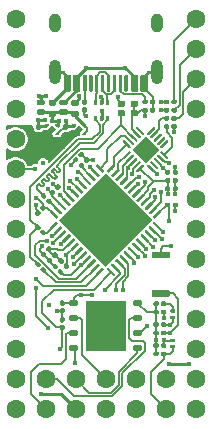
<source format=gtl>
G04 #@! TF.GenerationSoftware,KiCad,Pcbnew,5.1.9-1.fc33*
G04 #@! TF.CreationDate,2021-04-28T13:16:13+02:00*
G04 #@! TF.ProjectId,reDIP-SID,72654449-502d-4534-9944-2e6b69636164,0.2*
G04 #@! TF.SameCoordinates,PX5e28010PY8011a50*
G04 #@! TF.FileFunction,Copper,L1,Top*
G04 #@! TF.FilePolarity,Positive*
%FSLAX46Y46*%
G04 Gerber Fmt 4.6, Leading zero omitted, Abs format (unit mm)*
G04 Created by KiCad (PCBNEW 5.1.9-1.fc33) date 2021-04-28 13:16:13*
%MOMM*%
%LPD*%
G01*
G04 APERTURE LIST*
G04 #@! TA.AperFunction,ComponentPad*
%ADD10O,1.000000X2.100000*%
G04 #@! TD*
G04 #@! TA.AperFunction,ComponentPad*
%ADD11O,1.000000X1.600000*%
G04 #@! TD*
G04 #@! TA.AperFunction,SMDPad,CuDef*
%ADD12R,3.400000X4.300000*%
G04 #@! TD*
G04 #@! TA.AperFunction,SMDPad,CuDef*
%ADD13C,0.350000*%
G04 #@! TD*
G04 #@! TA.AperFunction,ComponentPad*
%ADD14C,1.600000*%
G04 #@! TD*
G04 #@! TA.AperFunction,ViaPad*
%ADD15C,0.450000*%
G04 #@! TD*
G04 #@! TA.AperFunction,Conductor*
%ADD16C,0.200000*%
G04 #@! TD*
G04 #@! TA.AperFunction,Conductor*
%ADD17C,0.250000*%
G04 #@! TD*
G04 #@! TA.AperFunction,Conductor*
%ADD18C,0.150000*%
G04 #@! TD*
G04 #@! TA.AperFunction,Conductor*
%ADD19C,0.350000*%
G04 #@! TD*
G04 APERTURE END LIST*
G04 #@! TO.P,C19,2*
G04 #@! TO.N,GND*
G04 #@! TA.AperFunction,SMDPad,CuDef*
G36*
G01*
X4225650Y14117072D02*
X4367072Y13975650D01*
G75*
G02*
X4367072Y13834228I-70711J-70711D01*
G01*
X4183224Y13650380D01*
G75*
G02*
X4041802Y13650380I-70711J70711D01*
G01*
X3900380Y13791802D01*
G75*
G02*
X3900380Y13933224I70711J70711D01*
G01*
X4084228Y14117072D01*
G75*
G02*
X4225650Y14117072I70711J-70711D01*
G01*
G37*
G04 #@! TD.AperFunction*
G04 #@! TO.P,C19,1*
G04 #@! TO.N,Net-(C18-Pad1)*
G04 #@! TA.AperFunction,SMDPad,CuDef*
G36*
G01*
X4678198Y14569620D02*
X4819620Y14428198D01*
G75*
G02*
X4819620Y14286776I-70711J-70711D01*
G01*
X4635772Y14102928D01*
G75*
G02*
X4494350Y14102928I-70711J70711D01*
G01*
X4352928Y14244350D01*
G75*
G02*
X4352928Y14385772I70711J70711D01*
G01*
X4536776Y14569620D01*
G75*
G02*
X4678198Y14569620I70711J-70711D01*
G01*
G37*
G04 #@! TD.AperFunction*
G04 #@! TD*
G04 #@! TO.P,X1,4*
G04 #@! TO.N,+3V3*
G04 #@! TA.AperFunction,SMDPad,CuDef*
G36*
G01*
X11050000Y26600000D02*
X11550000Y26600000D01*
G75*
G02*
X11600000Y26550000I0J-50000D01*
G01*
X11600000Y26150000D01*
G75*
G02*
X11550000Y26100000I-50000J0D01*
G01*
X11050000Y26100000D01*
G75*
G02*
X11000000Y26150000I0J50000D01*
G01*
X11000000Y26550000D01*
G75*
G02*
X11050000Y26600000I50000J0D01*
G01*
G37*
G04 #@! TD.AperFunction*
G04 #@! TO.P,X1,3*
G04 #@! TO.N,/SYS_CLK*
G04 #@! TA.AperFunction,SMDPad,CuDef*
G36*
G01*
X9950000Y26600000D02*
X10450000Y26600000D01*
G75*
G02*
X10500000Y26550000I0J-50000D01*
G01*
X10500000Y26150000D01*
G75*
G02*
X10450000Y26100000I-50000J0D01*
G01*
X9950000Y26100000D01*
G75*
G02*
X9900000Y26150000I0J50000D01*
G01*
X9900000Y26550000D01*
G75*
G02*
X9950000Y26600000I50000J0D01*
G01*
G37*
G04 #@! TD.AperFunction*
G04 #@! TO.P,X1,2*
G04 #@! TO.N,GND*
G04 #@! TA.AperFunction,SMDPad,CuDef*
G36*
G01*
X9950000Y27400000D02*
X10450000Y27400000D01*
G75*
G02*
X10500000Y27350000I0J-50000D01*
G01*
X10500000Y26950000D01*
G75*
G02*
X10450000Y26900000I-50000J0D01*
G01*
X9950000Y26900000D01*
G75*
G02*
X9900000Y26950000I0J50000D01*
G01*
X9900000Y27350000D01*
G75*
G02*
X9950000Y27400000I50000J0D01*
G01*
G37*
G04 #@! TD.AperFunction*
G04 #@! TO.P,X1,1*
G04 #@! TO.N,+3V3*
G04 #@! TA.AperFunction,SMDPad,CuDef*
G36*
G01*
X11050000Y27400000D02*
X11550000Y27400000D01*
G75*
G02*
X11600000Y27350000I0J-50000D01*
G01*
X11600000Y26950000D01*
G75*
G02*
X11550000Y26900000I-50000J0D01*
G01*
X11050000Y26900000D01*
G75*
G02*
X11000000Y26950000I0J50000D01*
G01*
X11000000Y27350000D01*
G75*
G02*
X11050000Y27400000I50000J0D01*
G01*
G37*
G04 #@! TD.AperFunction*
G04 #@! TD*
G04 #@! TO.P,SW1,2*
G04 #@! TO.N,GND*
G04 #@! TA.AperFunction,SMDPad,CuDef*
G36*
G01*
X14255000Y14070000D02*
X12865000Y14070000D01*
G75*
G02*
X12810000Y14125000I0J55000D01*
G01*
X12810000Y14565000D01*
G75*
G02*
X12865000Y14620000I55000J0D01*
G01*
X14255000Y14620000D01*
G75*
G02*
X14310000Y14565000I0J-55000D01*
G01*
X14310000Y14125000D01*
G75*
G02*
X14255000Y14070000I-55000J0D01*
G01*
G37*
G04 #@! TD.AperFunction*
G04 #@! TO.P,SW1,1*
G04 #@! TO.N,/I2C_SDA_~BTN~*
G04 #@! TA.AperFunction,SMDPad,CuDef*
G36*
G01*
X14255000Y10820000D02*
X12865000Y10820000D01*
G75*
G02*
X12810000Y10875000I0J55000D01*
G01*
X12810000Y11315000D01*
G75*
G02*
X12865000Y11370000I55000J0D01*
G01*
X14255000Y11370000D01*
G75*
G02*
X14310000Y11315000I0J-55000D01*
G01*
X14310000Y10875000D01*
G75*
G02*
X14255000Y10820000I-55000J0D01*
G01*
G37*
G04 #@! TD.AperFunction*
G04 #@! TD*
G04 #@! TO.P,R13,2*
G04 #@! TO.N,/USB_D-*
G04 #@! TA.AperFunction,SMDPad,CuDef*
G36*
G01*
X3887072Y19234350D02*
X3745650Y19092928D01*
G75*
G02*
X3604228Y19092928I-70711J70711D01*
G01*
X3420380Y19276776D01*
G75*
G02*
X3420380Y19418198I70711J70711D01*
G01*
X3561802Y19559620D01*
G75*
G02*
X3703224Y19559620I70711J-70711D01*
G01*
X3887072Y19375772D01*
G75*
G02*
X3887072Y19234350I-70711J-70711D01*
G01*
G37*
G04 #@! TD.AperFunction*
G04 #@! TO.P,R13,1*
G04 #@! TO.N,Net-(R13-Pad1)*
G04 #@! TA.AperFunction,SMDPad,CuDef*
G36*
G01*
X4339620Y18781802D02*
X4198198Y18640380D01*
G75*
G02*
X4056776Y18640380I-70711J70711D01*
G01*
X3872928Y18824228D01*
G75*
G02*
X3872928Y18965650I70711J70711D01*
G01*
X4014350Y19107072D01*
G75*
G02*
X4155772Y19107072I70711J-70711D01*
G01*
X4339620Y18923224D01*
G75*
G02*
X4339620Y18781802I-70711J-70711D01*
G01*
G37*
G04 #@! TD.AperFunction*
G04 #@! TD*
G04 #@! TO.P,R12,2*
G04 #@! TO.N,/USB_D+*
G04 #@! TA.AperFunction,SMDPad,CuDef*
G36*
G01*
X3387072Y16594350D02*
X3245650Y16452928D01*
G75*
G02*
X3104228Y16452928I-70711J70711D01*
G01*
X2920380Y16636776D01*
G75*
G02*
X2920380Y16778198I70711J70711D01*
G01*
X3061802Y16919620D01*
G75*
G02*
X3203224Y16919620I70711J-70711D01*
G01*
X3387072Y16735772D01*
G75*
G02*
X3387072Y16594350I-70711J-70711D01*
G01*
G37*
G04 #@! TD.AperFunction*
G04 #@! TO.P,R12,1*
G04 #@! TO.N,Net-(R12-Pad1)*
G04 #@! TA.AperFunction,SMDPad,CuDef*
G36*
G01*
X3839620Y16141802D02*
X3698198Y16000380D01*
G75*
G02*
X3556776Y16000380I-70711J70711D01*
G01*
X3372928Y16184228D01*
G75*
G02*
X3372928Y16325650I70711J70711D01*
G01*
X3514350Y16467072D01*
G75*
G02*
X3655772Y16467072I70711J-70711D01*
G01*
X3839620Y16283224D01*
G75*
G02*
X3839620Y16141802I-70711J-70711D01*
G01*
G37*
G04 #@! TD.AperFunction*
G04 #@! TD*
G04 #@! TO.P,R7,2*
G04 #@! TO.N,+3V3*
G04 #@! TA.AperFunction,SMDPad,CuDef*
G36*
G01*
X6455650Y22637072D02*
X6597072Y22495650D01*
G75*
G02*
X6597072Y22354228I-70711J-70711D01*
G01*
X6413224Y22170380D01*
G75*
G02*
X6271802Y22170380I-70711J70711D01*
G01*
X6130380Y22311802D01*
G75*
G02*
X6130380Y22453224I70711J70711D01*
G01*
X6314228Y22637072D01*
G75*
G02*
X6455650Y22637072I70711J-70711D01*
G01*
G37*
G04 #@! TD.AperFunction*
G04 #@! TO.P,R7,1*
G04 #@! TO.N,/SPI_SCLK*
G04 #@! TA.AperFunction,SMDPad,CuDef*
G36*
G01*
X6908198Y23089620D02*
X7049620Y22948198D01*
G75*
G02*
X7049620Y22806776I-70711J-70711D01*
G01*
X6865772Y22622928D01*
G75*
G02*
X6724350Y22622928I-70711J70711D01*
G01*
X6582928Y22764350D01*
G75*
G02*
X6582928Y22905772I70711J70711D01*
G01*
X6766776Y23089620D01*
G75*
G02*
X6908198Y23089620I70711J-70711D01*
G01*
G37*
G04 #@! TD.AperFunction*
G04 #@! TD*
G04 #@! TO.P,J5,B1*
G04 #@! TO.N,GND*
G04 #@! TA.AperFunction,SMDPad,CuDef*
G36*
G01*
X5940000Y29525000D02*
X5940000Y28225000D01*
G75*
G02*
X5865000Y28150000I-75000J0D01*
G01*
X5415000Y28150000D01*
G75*
G02*
X5340000Y28225000I0J75000D01*
G01*
X5340000Y29525000D01*
G75*
G02*
X5415000Y29600000I75000J0D01*
G01*
X5865000Y29600000D01*
G75*
G02*
X5940000Y29525000I0J-75000D01*
G01*
G37*
G04 #@! TD.AperFunction*
G04 #@! TO.P,J5,A9*
G04 #@! TO.N,VBUS*
G04 #@! TA.AperFunction,SMDPad,CuDef*
G36*
G01*
X6740000Y29525000D02*
X6740000Y28225000D01*
G75*
G02*
X6665000Y28150000I-75000J0D01*
G01*
X6215000Y28150000D01*
G75*
G02*
X6140000Y28225000I0J75000D01*
G01*
X6140000Y29525000D01*
G75*
G02*
X6215000Y29600000I75000J0D01*
G01*
X6665000Y29600000D01*
G75*
G02*
X6740000Y29525000I0J-75000D01*
G01*
G37*
G04 #@! TD.AperFunction*
G04 #@! TO.P,J5,B9*
G04 #@! TA.AperFunction,SMDPad,CuDef*
G36*
G01*
X11640000Y29525000D02*
X11640000Y28225000D01*
G75*
G02*
X11565000Y28150000I-75000J0D01*
G01*
X11115000Y28150000D01*
G75*
G02*
X11040000Y28225000I0J75000D01*
G01*
X11040000Y29525000D01*
G75*
G02*
X11115000Y29600000I75000J0D01*
G01*
X11565000Y29600000D01*
G75*
G02*
X11640000Y29525000I0J-75000D01*
G01*
G37*
G04 #@! TD.AperFunction*
G04 #@! TO.P,J5,B12*
G04 #@! TO.N,GND*
G04 #@! TA.AperFunction,SMDPad,CuDef*
G36*
G01*
X12440000Y29525000D02*
X12440000Y28225000D01*
G75*
G02*
X12365000Y28150000I-75000J0D01*
G01*
X11915000Y28150000D01*
G75*
G02*
X11840000Y28225000I0J75000D01*
G01*
X11840000Y29525000D01*
G75*
G02*
X11915000Y29600000I75000J0D01*
G01*
X12365000Y29600000D01*
G75*
G02*
X12440000Y29525000I0J-75000D01*
G01*
G37*
G04 #@! TD.AperFunction*
G04 #@! TO.P,J5,A1*
G04 #@! TA.AperFunction,SMDPad,CuDef*
G36*
G01*
X12440000Y29525000D02*
X12440000Y28225000D01*
G75*
G02*
X12365000Y28150000I-75000J0D01*
G01*
X11915000Y28150000D01*
G75*
G02*
X11840000Y28225000I0J75000D01*
G01*
X11840000Y29525000D01*
G75*
G02*
X11915000Y29600000I75000J0D01*
G01*
X12365000Y29600000D01*
G75*
G02*
X12440000Y29525000I0J-75000D01*
G01*
G37*
G04 #@! TD.AperFunction*
G04 #@! TO.P,J5,A4*
G04 #@! TO.N,VBUS*
G04 #@! TA.AperFunction,SMDPad,CuDef*
G36*
G01*
X11640000Y29525000D02*
X11640000Y28225000D01*
G75*
G02*
X11565000Y28150000I-75000J0D01*
G01*
X11115000Y28150000D01*
G75*
G02*
X11040000Y28225000I0J75000D01*
G01*
X11040000Y29525000D01*
G75*
G02*
X11115000Y29600000I75000J0D01*
G01*
X11565000Y29600000D01*
G75*
G02*
X11640000Y29525000I0J-75000D01*
G01*
G37*
G04 #@! TD.AperFunction*
G04 #@! TO.P,J5,B4*
G04 #@! TA.AperFunction,SMDPad,CuDef*
G36*
G01*
X6740000Y29525000D02*
X6740000Y28225000D01*
G75*
G02*
X6665000Y28150000I-75000J0D01*
G01*
X6215000Y28150000D01*
G75*
G02*
X6140000Y28225000I0J75000D01*
G01*
X6140000Y29525000D01*
G75*
G02*
X6215000Y29600000I75000J0D01*
G01*
X6665000Y29600000D01*
G75*
G02*
X6740000Y29525000I0J-75000D01*
G01*
G37*
G04 #@! TD.AperFunction*
G04 #@! TO.P,J5,A12*
G04 #@! TO.N,GND*
G04 #@! TA.AperFunction,SMDPad,CuDef*
G36*
G01*
X5940000Y29525000D02*
X5940000Y28225000D01*
G75*
G02*
X5865000Y28150000I-75000J0D01*
G01*
X5415000Y28150000D01*
G75*
G02*
X5340000Y28225000I0J75000D01*
G01*
X5340000Y29525000D01*
G75*
G02*
X5415000Y29600000I75000J0D01*
G01*
X5865000Y29600000D01*
G75*
G02*
X5940000Y29525000I0J-75000D01*
G01*
G37*
G04 #@! TD.AperFunction*
G04 #@! TO.P,J5,B8*
G04 #@! TO.N,N/C*
G04 #@! TA.AperFunction,SMDPad,CuDef*
G36*
G01*
X10790000Y29525000D02*
X10790000Y28225000D01*
G75*
G02*
X10715000Y28150000I-75000J0D01*
G01*
X10565000Y28150000D01*
G75*
G02*
X10490000Y28225000I0J75000D01*
G01*
X10490000Y29525000D01*
G75*
G02*
X10565000Y29600000I75000J0D01*
G01*
X10715000Y29600000D01*
G75*
G02*
X10790000Y29525000I0J-75000D01*
G01*
G37*
G04 #@! TD.AperFunction*
G04 #@! TO.P,J5,A5*
G04 #@! TO.N,Net-(J5-PadA5)*
G04 #@! TA.AperFunction,SMDPad,CuDef*
G36*
G01*
X10290000Y29525000D02*
X10290000Y28225000D01*
G75*
G02*
X10215000Y28150000I-75000J0D01*
G01*
X10065000Y28150000D01*
G75*
G02*
X9990000Y28225000I0J75000D01*
G01*
X9990000Y29525000D01*
G75*
G02*
X10065000Y29600000I75000J0D01*
G01*
X10215000Y29600000D01*
G75*
G02*
X10290000Y29525000I0J-75000D01*
G01*
G37*
G04 #@! TD.AperFunction*
G04 #@! TO.P,J5,B7*
G04 #@! TO.N,/D-*
G04 #@! TA.AperFunction,SMDPad,CuDef*
G36*
G01*
X9790000Y29525000D02*
X9790000Y28225000D01*
G75*
G02*
X9715000Y28150000I-75000J0D01*
G01*
X9565000Y28150000D01*
G75*
G02*
X9490000Y28225000I0J75000D01*
G01*
X9490000Y29525000D01*
G75*
G02*
X9565000Y29600000I75000J0D01*
G01*
X9715000Y29600000D01*
G75*
G02*
X9790000Y29525000I0J-75000D01*
G01*
G37*
G04 #@! TD.AperFunction*
G04 #@! TO.P,J5,A7*
G04 #@! TA.AperFunction,SMDPad,CuDef*
G36*
G01*
X8790000Y29525000D02*
X8790000Y28225000D01*
G75*
G02*
X8715000Y28150000I-75000J0D01*
G01*
X8565000Y28150000D01*
G75*
G02*
X8490000Y28225000I0J75000D01*
G01*
X8490000Y29525000D01*
G75*
G02*
X8565000Y29600000I75000J0D01*
G01*
X8715000Y29600000D01*
G75*
G02*
X8790000Y29525000I0J-75000D01*
G01*
G37*
G04 #@! TD.AperFunction*
G04 #@! TO.P,J5,B6*
G04 #@! TO.N,/D+*
G04 #@! TA.AperFunction,SMDPad,CuDef*
G36*
G01*
X8290000Y29525000D02*
X8290000Y28225000D01*
G75*
G02*
X8215000Y28150000I-75000J0D01*
G01*
X8065000Y28150000D01*
G75*
G02*
X7990000Y28225000I0J75000D01*
G01*
X7990000Y29525000D01*
G75*
G02*
X8065000Y29600000I75000J0D01*
G01*
X8215000Y29600000D01*
G75*
G02*
X8290000Y29525000I0J-75000D01*
G01*
G37*
G04 #@! TD.AperFunction*
G04 #@! TO.P,J5,A8*
G04 #@! TO.N,N/C*
G04 #@! TA.AperFunction,SMDPad,CuDef*
G36*
G01*
X7790000Y29525000D02*
X7790000Y28225000D01*
G75*
G02*
X7715000Y28150000I-75000J0D01*
G01*
X7565000Y28150000D01*
G75*
G02*
X7490000Y28225000I0J75000D01*
G01*
X7490000Y29525000D01*
G75*
G02*
X7565000Y29600000I75000J0D01*
G01*
X7715000Y29600000D01*
G75*
G02*
X7790000Y29525000I0J-75000D01*
G01*
G37*
G04 #@! TD.AperFunction*
G04 #@! TO.P,J5,B5*
G04 #@! TO.N,Net-(J5-PadB5)*
G04 #@! TA.AperFunction,SMDPad,CuDef*
G36*
G01*
X7290000Y29525000D02*
X7290000Y28225000D01*
G75*
G02*
X7215000Y28150000I-75000J0D01*
G01*
X7065000Y28150000D01*
G75*
G02*
X6990000Y28225000I0J75000D01*
G01*
X6990000Y29525000D01*
G75*
G02*
X7065000Y29600000I75000J0D01*
G01*
X7215000Y29600000D01*
G75*
G02*
X7290000Y29525000I0J-75000D01*
G01*
G37*
G04 #@! TD.AperFunction*
G04 #@! TO.P,J5,A6*
G04 #@! TO.N,/D+*
G04 #@! TA.AperFunction,SMDPad,CuDef*
G36*
G01*
X9290000Y29525000D02*
X9290000Y28225000D01*
G75*
G02*
X9215000Y28150000I-75000J0D01*
G01*
X9065000Y28150000D01*
G75*
G02*
X8990000Y28225000I0J75000D01*
G01*
X8990000Y29525000D01*
G75*
G02*
X9065000Y29600000I75000J0D01*
G01*
X9215000Y29600000D01*
G75*
G02*
X9290000Y29525000I0J-75000D01*
G01*
G37*
G04 #@! TD.AperFunction*
D10*
G04 #@! TO.P,J5,S1*
G04 #@! TO.N,GND*
X4570000Y29790000D03*
X13210000Y29790000D03*
D11*
X13210000Y33970000D03*
X4570000Y33970000D03*
G04 #@! TD*
G04 #@! TO.P,D4,2*
G04 #@! TO.N,Net-(D4-Pad2)*
G04 #@! TA.AperFunction,SMDPad,CuDef*
G36*
G01*
X14752500Y9455000D02*
X14407500Y9455000D01*
G75*
G02*
X14380000Y9482500I0J27500D01*
G01*
X14380000Y9702500D01*
G75*
G02*
X14407500Y9730000I27500J0D01*
G01*
X14752500Y9730000D01*
G75*
G02*
X14780000Y9702500I0J-27500D01*
G01*
X14780000Y9482500D01*
G75*
G02*
X14752500Y9455000I-27500J0D01*
G01*
G37*
G04 #@! TD.AperFunction*
G04 #@! TO.P,D4,1*
G04 #@! TO.N,/I2C_SCL_~LED~*
G04 #@! TA.AperFunction,SMDPad,CuDef*
G36*
G01*
X14752500Y8930000D02*
X14407500Y8930000D01*
G75*
G02*
X14380000Y8957500I0J27500D01*
G01*
X14380000Y9177500D01*
G75*
G02*
X14407500Y9205000I27500J0D01*
G01*
X14752500Y9205000D01*
G75*
G02*
X14780000Y9177500I0J-27500D01*
G01*
X14780000Y8957500D01*
G75*
G02*
X14752500Y8930000I-27500J0D01*
G01*
G37*
G04 #@! TD.AperFunction*
G04 #@! TD*
G04 #@! TO.P,D3,2*
G04 #@! TO.N,/CDONE*
G04 #@! TA.AperFunction,SMDPad,CuDef*
G36*
G01*
X14407500Y6705000D02*
X14752500Y6705000D01*
G75*
G02*
X14780000Y6677500I0J-27500D01*
G01*
X14780000Y6457500D01*
G75*
G02*
X14752500Y6430000I-27500J0D01*
G01*
X14407500Y6430000D01*
G75*
G02*
X14380000Y6457500I0J27500D01*
G01*
X14380000Y6677500D01*
G75*
G02*
X14407500Y6705000I27500J0D01*
G01*
G37*
G04 #@! TD.AperFunction*
G04 #@! TO.P,D3,1*
G04 #@! TO.N,GND*
G04 #@! TA.AperFunction,SMDPad,CuDef*
G36*
G01*
X14407500Y7230000D02*
X14752500Y7230000D01*
G75*
G02*
X14780000Y7202500I0J-27500D01*
G01*
X14780000Y6982500D01*
G75*
G02*
X14752500Y6955000I-27500J0D01*
G01*
X14407500Y6955000D01*
G75*
G02*
X14380000Y6982500I0J27500D01*
G01*
X14380000Y7202500D01*
G75*
G02*
X14407500Y7230000I27500J0D01*
G01*
G37*
G04 #@! TD.AperFunction*
G04 #@! TD*
G04 #@! TO.P,R9,1*
G04 #@! TO.N,+3V3*
G04 #@! TA.AperFunction,SMDPad,CuDef*
G36*
G01*
X12940000Y10100000D02*
X12940000Y10300000D01*
G75*
G02*
X13040000Y10400000I100000J0D01*
G01*
X13300000Y10400000D01*
G75*
G02*
X13400000Y10300000I0J-100000D01*
G01*
X13400000Y10100000D01*
G75*
G02*
X13300000Y10000000I-100000J0D01*
G01*
X13040000Y10000000D01*
G75*
G02*
X12940000Y10100000I0J100000D01*
G01*
G37*
G04 #@! TD.AperFunction*
G04 #@! TO.P,R9,2*
G04 #@! TO.N,Net-(D4-Pad2)*
G04 #@! TA.AperFunction,SMDPad,CuDef*
G36*
G01*
X13580000Y10100000D02*
X13580000Y10300000D01*
G75*
G02*
X13680000Y10400000I100000J0D01*
G01*
X13940000Y10400000D01*
G75*
G02*
X14040000Y10300000I0J-100000D01*
G01*
X14040000Y10100000D01*
G75*
G02*
X13940000Y10000000I-100000J0D01*
G01*
X13680000Y10000000D01*
G75*
G02*
X13580000Y10100000I0J100000D01*
G01*
G37*
G04 #@! TD.AperFunction*
G04 #@! TD*
G04 #@! TO.P,R14,2*
G04 #@! TO.N,/SPI_SCLK*
G04 #@! TA.AperFunction,SMDPad,CuDef*
G36*
G01*
X7224350Y22132928D02*
X7082928Y22274350D01*
G75*
G02*
X7082928Y22415772I70711J70711D01*
G01*
X7266776Y22599620D01*
G75*
G02*
X7408198Y22599620I70711J-70711D01*
G01*
X7549620Y22458198D01*
G75*
G02*
X7549620Y22316776I-70711J-70711D01*
G01*
X7365772Y22132928D01*
G75*
G02*
X7224350Y22132928I-70711J70711D01*
G01*
G37*
G04 #@! TD.AperFunction*
G04 #@! TO.P,R14,1*
G04 #@! TO.N,Net-(R14-Pad1)*
G04 #@! TA.AperFunction,SMDPad,CuDef*
G36*
G01*
X6771802Y21680380D02*
X6630380Y21821802D01*
G75*
G02*
X6630380Y21963224I70711J70711D01*
G01*
X6814228Y22147072D01*
G75*
G02*
X6955650Y22147072I70711J-70711D01*
G01*
X7097072Y22005650D01*
G75*
G02*
X7097072Y21864228I-70711J-70711D01*
G01*
X6913224Y21680380D01*
G75*
G02*
X6771802Y21680380I-70711J70711D01*
G01*
G37*
G04 #@! TD.AperFunction*
G04 #@! TD*
D12*
G04 #@! TO.P,U7,9*
G04 #@! TO.N,GND*
X8890000Y8360000D03*
G04 #@! TO.P,U7,8*
G04 #@! TO.N,+3V3*
G04 #@! TA.AperFunction,SMDPad,CuDef*
G36*
G01*
X11215000Y10140000D02*
X11215000Y10390000D01*
G75*
G02*
X11340000Y10515000I125000J0D01*
G01*
X11840000Y10515000D01*
G75*
G02*
X11965000Y10390000I0J-125000D01*
G01*
X11965000Y10140000D01*
G75*
G02*
X11840000Y10015000I-125000J0D01*
G01*
X11340000Y10015000D01*
G75*
G02*
X11215000Y10140000I0J125000D01*
G01*
G37*
G04 #@! TD.AperFunction*
G04 #@! TO.P,U7,7*
G04 #@! TO.N,/SPI_SIO3*
G04 #@! TA.AperFunction,SMDPad,CuDef*
G36*
G01*
X11215000Y8870000D02*
X11215000Y9120000D01*
G75*
G02*
X11340000Y9245000I125000J0D01*
G01*
X11840000Y9245000D01*
G75*
G02*
X11965000Y9120000I0J-125000D01*
G01*
X11965000Y8870000D01*
G75*
G02*
X11840000Y8745000I-125000J0D01*
G01*
X11340000Y8745000D01*
G75*
G02*
X11215000Y8870000I0J125000D01*
G01*
G37*
G04 #@! TD.AperFunction*
G04 #@! TO.P,U7,6*
G04 #@! TO.N,/SPI_SCLK*
G04 #@! TA.AperFunction,SMDPad,CuDef*
G36*
G01*
X11215000Y7600000D02*
X11215000Y7850000D01*
G75*
G02*
X11340000Y7975000I125000J0D01*
G01*
X11840000Y7975000D01*
G75*
G02*
X11965000Y7850000I0J-125000D01*
G01*
X11965000Y7600000D01*
G75*
G02*
X11840000Y7475000I-125000J0D01*
G01*
X11340000Y7475000D01*
G75*
G02*
X11215000Y7600000I0J125000D01*
G01*
G37*
G04 #@! TD.AperFunction*
G04 #@! TO.P,U7,5*
G04 #@! TO.N,/SPI_SIO0*
G04 #@! TA.AperFunction,SMDPad,CuDef*
G36*
G01*
X11215000Y6330000D02*
X11215000Y6580000D01*
G75*
G02*
X11340000Y6705000I125000J0D01*
G01*
X11840000Y6705000D01*
G75*
G02*
X11965000Y6580000I0J-125000D01*
G01*
X11965000Y6330000D01*
G75*
G02*
X11840000Y6205000I-125000J0D01*
G01*
X11340000Y6205000D01*
G75*
G02*
X11215000Y6330000I0J125000D01*
G01*
G37*
G04 #@! TD.AperFunction*
G04 #@! TO.P,U7,4*
G04 #@! TO.N,GND*
G04 #@! TA.AperFunction,SMDPad,CuDef*
G36*
G01*
X5815000Y6330000D02*
X5815000Y6580000D01*
G75*
G02*
X5940000Y6705000I125000J0D01*
G01*
X6440000Y6705000D01*
G75*
G02*
X6565000Y6580000I0J-125000D01*
G01*
X6565000Y6330000D01*
G75*
G02*
X6440000Y6205000I-125000J0D01*
G01*
X5940000Y6205000D01*
G75*
G02*
X5815000Y6330000I0J125000D01*
G01*
G37*
G04 #@! TD.AperFunction*
G04 #@! TO.P,U7,3*
G04 #@! TO.N,/SPI_SIO2*
G04 #@! TA.AperFunction,SMDPad,CuDef*
G36*
G01*
X5815000Y7600000D02*
X5815000Y7850000D01*
G75*
G02*
X5940000Y7975000I125000J0D01*
G01*
X6440000Y7975000D01*
G75*
G02*
X6565000Y7850000I0J-125000D01*
G01*
X6565000Y7600000D01*
G75*
G02*
X6440000Y7475000I-125000J0D01*
G01*
X5940000Y7475000D01*
G75*
G02*
X5815000Y7600000I0J125000D01*
G01*
G37*
G04 #@! TD.AperFunction*
G04 #@! TO.P,U7,2*
G04 #@! TO.N,/SPI_SIO1*
G04 #@! TA.AperFunction,SMDPad,CuDef*
G36*
G01*
X5815000Y8870000D02*
X5815000Y9120000D01*
G75*
G02*
X5940000Y9245000I125000J0D01*
G01*
X6440000Y9245000D01*
G75*
G02*
X6565000Y9120000I0J-125000D01*
G01*
X6565000Y8870000D01*
G75*
G02*
X6440000Y8745000I-125000J0D01*
G01*
X5940000Y8745000D01*
G75*
G02*
X5815000Y8870000I0J125000D01*
G01*
G37*
G04 #@! TD.AperFunction*
G04 #@! TO.P,U7,1*
G04 #@! TO.N,/SPI_FLASH_~CS~*
G04 #@! TA.AperFunction,SMDPad,CuDef*
G36*
G01*
X5815000Y10140000D02*
X5815000Y10390000D01*
G75*
G02*
X5940000Y10515000I125000J0D01*
G01*
X6440000Y10515000D01*
G75*
G02*
X6565000Y10390000I0J-125000D01*
G01*
X6565000Y10140000D01*
G75*
G02*
X6440000Y10015000I-125000J0D01*
G01*
X5940000Y10015000D01*
G75*
G02*
X5815000Y10140000I0J125000D01*
G01*
G37*
G04 #@! TD.AperFunction*
G04 #@! TD*
G04 #@! TO.P,R8,1*
G04 #@! TO.N,+3V3*
G04 #@! TA.AperFunction,SMDPad,CuDef*
G36*
G01*
X12940000Y5860000D02*
X12940000Y6060000D01*
G75*
G02*
X13040000Y6160000I100000J0D01*
G01*
X13300000Y6160000D01*
G75*
G02*
X13400000Y6060000I0J-100000D01*
G01*
X13400000Y5860000D01*
G75*
G02*
X13300000Y5760000I-100000J0D01*
G01*
X13040000Y5760000D01*
G75*
G02*
X12940000Y5860000I0J100000D01*
G01*
G37*
G04 #@! TD.AperFunction*
G04 #@! TO.P,R8,2*
G04 #@! TO.N,/CDONE*
G04 #@! TA.AperFunction,SMDPad,CuDef*
G36*
G01*
X13580000Y5860000D02*
X13580000Y6060000D01*
G75*
G02*
X13680000Y6160000I100000J0D01*
G01*
X13940000Y6160000D01*
G75*
G02*
X14040000Y6060000I0J-100000D01*
G01*
X14040000Y5860000D01*
G75*
G02*
X13940000Y5760000I-100000J0D01*
G01*
X13680000Y5760000D01*
G75*
G02*
X13580000Y5860000I0J100000D01*
G01*
G37*
G04 #@! TD.AperFunction*
G04 #@! TD*
G04 #@! TA.AperFunction,SMDPad,CuDef*
D13*
G04 #@! TO.P,U1,4*
G04 #@! TO.N,+5V*
G36*
X7050000Y25170000D02*
G01*
X6900000Y25320000D01*
X6900000Y25420000D01*
X7250000Y25420000D01*
X7250000Y25170000D01*
X7050000Y25170000D01*
G37*
G04 #@! TD.AperFunction*
G04 #@! TA.AperFunction,SMDPad,CuDef*
G04 #@! TO.P,U1,3*
G36*
X7050000Y24770000D02*
G01*
X7250000Y24770000D01*
X7250000Y24520000D01*
X6900000Y24520000D01*
X6900000Y24620000D01*
X7050000Y24770000D01*
G37*
G04 #@! TD.AperFunction*
G04 #@! TA.AperFunction,SMDPad,CuDef*
G04 #@! TO.P,U1,1*
G04 #@! TO.N,+1V2*
G36*
X6250000Y25170000D02*
G01*
X6050000Y25170000D01*
X6050000Y25420000D01*
X6400000Y25420000D01*
X6400000Y25320000D01*
X6250000Y25170000D01*
G37*
G04 #@! TD.AperFunction*
G04 #@! TA.AperFunction,SMDPad,CuDef*
G04 #@! TO.P,U1,2*
G04 #@! TO.N,GND*
G36*
X6250000Y24770000D02*
G01*
X6400000Y24620000D01*
X6400000Y24520000D01*
X6050000Y24520000D01*
X6050000Y24770000D01*
X6250000Y24770000D01*
G37*
G04 #@! TD.AperFunction*
G04 #@! TA.AperFunction,SMDPad,CuDef*
G36*
X6650000Y24630589D02*
G01*
X6310589Y24970000D01*
X6650000Y25309411D01*
X6989411Y24970000D01*
X6650000Y24630589D01*
G37*
G04 #@! TD.AperFunction*
G04 #@! TD*
G04 #@! TA.AperFunction,SMDPad,CuDef*
G04 #@! TO.P,U2,4*
G04 #@! TO.N,+5V*
G36*
X4750000Y25170000D02*
G01*
X4600000Y25320000D01*
X4600000Y25420000D01*
X4950000Y25420000D01*
X4950000Y25170000D01*
X4750000Y25170000D01*
G37*
G04 #@! TD.AperFunction*
G04 #@! TA.AperFunction,SMDPad,CuDef*
G04 #@! TO.P,U2,3*
G04 #@! TO.N,+1V2*
G36*
X4750000Y24770000D02*
G01*
X4950000Y24770000D01*
X4950000Y24520000D01*
X4600000Y24520000D01*
X4600000Y24620000D01*
X4750000Y24770000D01*
G37*
G04 #@! TD.AperFunction*
G04 #@! TA.AperFunction,SMDPad,CuDef*
G04 #@! TO.P,U2,1*
G04 #@! TO.N,+3V3*
G36*
X3950000Y25170000D02*
G01*
X3750000Y25170000D01*
X3750000Y25420000D01*
X4100000Y25420000D01*
X4100000Y25320000D01*
X3950000Y25170000D01*
G37*
G04 #@! TD.AperFunction*
G04 #@! TA.AperFunction,SMDPad,CuDef*
G04 #@! TO.P,U2,2*
G04 #@! TO.N,GND*
G36*
X3950000Y24770000D02*
G01*
X4100000Y24620000D01*
X4100000Y24520000D01*
X3750000Y24520000D01*
X3750000Y24770000D01*
X3950000Y24770000D01*
G37*
G04 #@! TD.AperFunction*
G04 #@! TA.AperFunction,SMDPad,CuDef*
G36*
X4350000Y24630589D02*
G01*
X4010589Y24970000D01*
X4350000Y25309411D01*
X4689411Y24970000D01*
X4350000Y24630589D01*
G37*
G04 #@! TD.AperFunction*
G04 #@! TD*
G04 #@! TA.AperFunction,SMDPad,CuDef*
G04 #@! TO.P,U8,49*
G04 #@! TO.N,GND*
G36*
X8890000Y21239798D02*
G01*
X12849798Y17280000D01*
X8890000Y13320202D01*
X4930202Y17280000D01*
X8890000Y21239798D01*
G37*
G04 #@! TD.AperFunction*
G04 #@! TO.P,U8,48*
G04 #@! TO.N,/ICE_D7*
G04 #@! TA.AperFunction,SMDPad,CuDef*
G36*
G01*
X13088446Y17147417D02*
X13618776Y16617087D01*
G75*
G02*
X13618776Y16528699I-44194J-44194D01*
G01*
X13530388Y16440311D01*
G75*
G02*
X13442000Y16440311I-44194J44194D01*
G01*
X12911670Y16970641D01*
G75*
G02*
X12911670Y17059029I44194J44194D01*
G01*
X13000058Y17147417D01*
G75*
G02*
X13088446Y17147417I44194J-44194D01*
G01*
G37*
G04 #@! TD.AperFunction*
G04 #@! TO.P,U8,47*
G04 #@! TO.N,/ICE_D2*
G04 #@! TA.AperFunction,SMDPad,CuDef*
G36*
G01*
X12734893Y16793864D02*
X13265223Y16263534D01*
G75*
G02*
X13265223Y16175146I-44194J-44194D01*
G01*
X13176835Y16086758D01*
G75*
G02*
X13088447Y16086758I-44194J44194D01*
G01*
X12558117Y16617088D01*
G75*
G02*
X12558117Y16705476I44194J44194D01*
G01*
X12646505Y16793864D01*
G75*
G02*
X12734893Y16793864I44194J-44194D01*
G01*
G37*
G04 #@! TD.AperFunction*
G04 #@! TO.P,U8,46*
G04 #@! TO.N,/ICE_D1*
G04 #@! TA.AperFunction,SMDPad,CuDef*
G36*
G01*
X12381339Y16440310D02*
X12911669Y15909980D01*
G75*
G02*
X12911669Y15821592I-44194J-44194D01*
G01*
X12823281Y15733204D01*
G75*
G02*
X12734893Y15733204I-44194J44194D01*
G01*
X12204563Y16263534D01*
G75*
G02*
X12204563Y16351922I44194J44194D01*
G01*
X12292951Y16440310D01*
G75*
G02*
X12381339Y16440310I44194J-44194D01*
G01*
G37*
G04 #@! TD.AperFunction*
G04 #@! TO.P,U8,45*
G04 #@! TO.N,/ICE_D0*
G04 #@! TA.AperFunction,SMDPad,CuDef*
G36*
G01*
X12027786Y16086757D02*
X12558116Y15556427D01*
G75*
G02*
X12558116Y15468039I-44194J-44194D01*
G01*
X12469728Y15379651D01*
G75*
G02*
X12381340Y15379651I-44194J44194D01*
G01*
X11851010Y15909981D01*
G75*
G02*
X11851010Y15998369I44194J44194D01*
G01*
X11939398Y16086757D01*
G75*
G02*
X12027786Y16086757I44194J-44194D01*
G01*
G37*
G04 #@! TD.AperFunction*
G04 #@! TO.P,U8,44*
G04 #@! TO.N,/ICE_\u00D82*
G04 #@! TA.AperFunction,SMDPad,CuDef*
G36*
G01*
X11674233Y15733204D02*
X12204563Y15202874D01*
G75*
G02*
X12204563Y15114486I-44194J-44194D01*
G01*
X12116175Y15026098D01*
G75*
G02*
X12027787Y15026098I-44194J44194D01*
G01*
X11497457Y15556428D01*
G75*
G02*
X11497457Y15644816I44194J44194D01*
G01*
X11585845Y15733204D01*
G75*
G02*
X11674233Y15733204I44194J-44194D01*
G01*
G37*
G04 #@! TD.AperFunction*
G04 #@! TO.P,U8,43*
G04 #@! TO.N,/ICE_D6*
G04 #@! TA.AperFunction,SMDPad,CuDef*
G36*
G01*
X11320679Y15379650D02*
X11851009Y14849320D01*
G75*
G02*
X11851009Y14760932I-44194J-44194D01*
G01*
X11762621Y14672544D01*
G75*
G02*
X11674233Y14672544I-44194J44194D01*
G01*
X11143903Y15202874D01*
G75*
G02*
X11143903Y15291262I44194J44194D01*
G01*
X11232291Y15379650D01*
G75*
G02*
X11320679Y15379650I44194J-44194D01*
G01*
G37*
G04 #@! TD.AperFunction*
G04 #@! TO.P,U8,42*
G04 #@! TO.N,/ICE_A5*
G04 #@! TA.AperFunction,SMDPad,CuDef*
G36*
G01*
X10967126Y15026097D02*
X11497456Y14495767D01*
G75*
G02*
X11497456Y14407379I-44194J-44194D01*
G01*
X11409068Y14318991D01*
G75*
G02*
X11320680Y14318991I-44194J44194D01*
G01*
X10790350Y14849321D01*
G75*
G02*
X10790350Y14937709I44194J44194D01*
G01*
X10878738Y15026097D01*
G75*
G02*
X10967126Y15026097I44194J-44194D01*
G01*
G37*
G04 #@! TD.AperFunction*
G04 #@! TO.P,U8,41*
G04 #@! TO.N,/ICE_~IO1~*
G04 #@! TA.AperFunction,SMDPad,CuDef*
G36*
G01*
X10613572Y14672543D02*
X11143902Y14142213D01*
G75*
G02*
X11143902Y14053825I-44194J-44194D01*
G01*
X11055514Y13965437D01*
G75*
G02*
X10967126Y13965437I-44194J44194D01*
G01*
X10436796Y14495767D01*
G75*
G02*
X10436796Y14584155I44194J44194D01*
G01*
X10525184Y14672543D01*
G75*
G02*
X10613572Y14672543I44194J-44194D01*
G01*
G37*
G04 #@! TD.AperFunction*
G04 #@! TO.P,U8,40*
G04 #@! TO.N,/ICE_POT_Y*
G04 #@! TA.AperFunction,SMDPad,CuDef*
G36*
G01*
X10260019Y14318990D02*
X10790349Y13788660D01*
G75*
G02*
X10790349Y13700272I-44194J-44194D01*
G01*
X10701961Y13611884D01*
G75*
G02*
X10613573Y13611884I-44194J44194D01*
G01*
X10083243Y14142214D01*
G75*
G02*
X10083243Y14230602I44194J44194D01*
G01*
X10171631Y14318990D01*
G75*
G02*
X10260019Y14318990I44194J-44194D01*
G01*
G37*
G04 #@! TD.AperFunction*
G04 #@! TO.P,U8,39*
G04 #@! TO.N,/ICE_POT_X*
G04 #@! TA.AperFunction,SMDPad,CuDef*
G36*
G01*
X9906466Y13965437D02*
X10436796Y13435107D01*
G75*
G02*
X10436796Y13346719I-44194J-44194D01*
G01*
X10348408Y13258331D01*
G75*
G02*
X10260020Y13258331I-44194J44194D01*
G01*
X9729690Y13788661D01*
G75*
G02*
X9729690Y13877049I44194J44194D01*
G01*
X9818078Y13965437D01*
G75*
G02*
X9906466Y13965437I44194J-44194D01*
G01*
G37*
G04 #@! TD.AperFunction*
G04 #@! TO.P,U8,38*
G04 #@! TO.N,/ICE_A8*
G04 #@! TA.AperFunction,SMDPad,CuDef*
G36*
G01*
X9552912Y13611883D02*
X10083242Y13081553D01*
G75*
G02*
X10083242Y12993165I-44194J-44194D01*
G01*
X9994854Y12904777D01*
G75*
G02*
X9906466Y12904777I-44194J44194D01*
G01*
X9376136Y13435107D01*
G75*
G02*
X9376136Y13523495I44194J44194D01*
G01*
X9464524Y13611883D01*
G75*
G02*
X9552912Y13611883I44194J-44194D01*
G01*
G37*
G04 #@! TD.AperFunction*
G04 #@! TO.P,U8,37*
G04 #@! TO.N,/SPI_RAM_~CS~*
G04 #@! TA.AperFunction,SMDPad,CuDef*
G36*
G01*
X9199359Y13258330D02*
X9729689Y12728000D01*
G75*
G02*
X9729689Y12639612I-44194J-44194D01*
G01*
X9641301Y12551224D01*
G75*
G02*
X9552913Y12551224I-44194J44194D01*
G01*
X9022583Y13081554D01*
G75*
G02*
X9022583Y13169942I44194J44194D01*
G01*
X9110971Y13258330D01*
G75*
G02*
X9199359Y13258330I44194J-44194D01*
G01*
G37*
G04 #@! TD.AperFunction*
G04 #@! TO.P,U8,36*
G04 #@! TO.N,/ICE_R_~W~*
G04 #@! TA.AperFunction,SMDPad,CuDef*
G36*
G01*
X8669029Y13258330D02*
X8757417Y13169942D01*
G75*
G02*
X8757417Y13081554I-44194J-44194D01*
G01*
X8227087Y12551224D01*
G75*
G02*
X8138699Y12551224I-44194J44194D01*
G01*
X8050311Y12639612D01*
G75*
G02*
X8050311Y12728000I44194J44194D01*
G01*
X8580641Y13258330D01*
G75*
G02*
X8669029Y13258330I44194J-44194D01*
G01*
G37*
G04 #@! TD.AperFunction*
G04 #@! TO.P,U8,35*
G04 #@! TO.N,/USB_CONN*
G04 #@! TA.AperFunction,SMDPad,CuDef*
G36*
G01*
X8315476Y13611883D02*
X8403864Y13523495D01*
G75*
G02*
X8403864Y13435107I-44194J-44194D01*
G01*
X7873534Y12904777D01*
G75*
G02*
X7785146Y12904777I-44194J44194D01*
G01*
X7696758Y12993165D01*
G75*
G02*
X7696758Y13081553I44194J44194D01*
G01*
X8227088Y13611883D01*
G75*
G02*
X8315476Y13611883I44194J-44194D01*
G01*
G37*
G04 #@! TD.AperFunction*
G04 #@! TO.P,U8,34*
G04 #@! TO.N,/ICE_A2*
G04 #@! TA.AperFunction,SMDPad,CuDef*
G36*
G01*
X7961922Y13965437D02*
X8050310Y13877049D01*
G75*
G02*
X8050310Y13788661I-44194J-44194D01*
G01*
X7519980Y13258331D01*
G75*
G02*
X7431592Y13258331I-44194J44194D01*
G01*
X7343204Y13346719D01*
G75*
G02*
X7343204Y13435107I44194J44194D01*
G01*
X7873534Y13965437D01*
G75*
G02*
X7961922Y13965437I44194J-44194D01*
G01*
G37*
G04 #@! TD.AperFunction*
G04 #@! TO.P,U8,33*
G04 #@! TO.N,+3V3*
G04 #@! TA.AperFunction,SMDPad,CuDef*
G36*
G01*
X7608369Y14318990D02*
X7696757Y14230602D01*
G75*
G02*
X7696757Y14142214I-44194J-44194D01*
G01*
X7166427Y13611884D01*
G75*
G02*
X7078039Y13611884I-44194J44194D01*
G01*
X6989651Y13700272D01*
G75*
G02*
X6989651Y13788660I44194J44194D01*
G01*
X7519981Y14318990D01*
G75*
G02*
X7608369Y14318990I44194J-44194D01*
G01*
G37*
G04 #@! TD.AperFunction*
G04 #@! TO.P,U8,32*
G04 #@! TO.N,/ICE_A4*
G04 #@! TA.AperFunction,SMDPad,CuDef*
G36*
G01*
X7254816Y14672543D02*
X7343204Y14584155D01*
G75*
G02*
X7343204Y14495767I-44194J-44194D01*
G01*
X6812874Y13965437D01*
G75*
G02*
X6724486Y13965437I-44194J44194D01*
G01*
X6636098Y14053825D01*
G75*
G02*
X6636098Y14142213I44194J44194D01*
G01*
X7166428Y14672543D01*
G75*
G02*
X7254816Y14672543I44194J-44194D01*
G01*
G37*
G04 #@! TD.AperFunction*
G04 #@! TO.P,U8,31*
G04 #@! TO.N,/ICE_A3*
G04 #@! TA.AperFunction,SMDPad,CuDef*
G36*
G01*
X6901262Y15026097D02*
X6989650Y14937709D01*
G75*
G02*
X6989650Y14849321I-44194J-44194D01*
G01*
X6459320Y14318991D01*
G75*
G02*
X6370932Y14318991I-44194J44194D01*
G01*
X6282544Y14407379D01*
G75*
G02*
X6282544Y14495767I44194J44194D01*
G01*
X6812874Y15026097D01*
G75*
G02*
X6901262Y15026097I44194J-44194D01*
G01*
G37*
G04 #@! TD.AperFunction*
G04 #@! TO.P,U8,30*
G04 #@! TO.N,+1V2*
G04 #@! TA.AperFunction,SMDPad,CuDef*
G36*
G01*
X6547709Y15379650D02*
X6636097Y15291262D01*
G75*
G02*
X6636097Y15202874I-44194J-44194D01*
G01*
X6105767Y14672544D01*
G75*
G02*
X6017379Y14672544I-44194J44194D01*
G01*
X5928991Y14760932D01*
G75*
G02*
X5928991Y14849320I44194J44194D01*
G01*
X6459321Y15379650D01*
G75*
G02*
X6547709Y15379650I44194J-44194D01*
G01*
G37*
G04 #@! TD.AperFunction*
G04 #@! TO.P,U8,29*
G04 #@! TO.N,Net-(C18-Pad1)*
G04 #@! TA.AperFunction,SMDPad,CuDef*
G36*
G01*
X6194155Y15733204D02*
X6282543Y15644816D01*
G75*
G02*
X6282543Y15556428I-44194J-44194D01*
G01*
X5752213Y15026098D01*
G75*
G02*
X5663825Y15026098I-44194J44194D01*
G01*
X5575437Y15114486D01*
G75*
G02*
X5575437Y15202874I44194J44194D01*
G01*
X6105767Y15733204D01*
G75*
G02*
X6194155Y15733204I44194J-44194D01*
G01*
G37*
G04 #@! TD.AperFunction*
G04 #@! TO.P,U8,28*
G04 #@! TO.N,/ICE_~CS~*
G04 #@! TA.AperFunction,SMDPad,CuDef*
G36*
G01*
X5840602Y16086757D02*
X5928990Y15998369D01*
G75*
G02*
X5928990Y15909981I-44194J-44194D01*
G01*
X5398660Y15379651D01*
G75*
G02*
X5310272Y15379651I-44194J44194D01*
G01*
X5221884Y15468039D01*
G75*
G02*
X5221884Y15556427I44194J44194D01*
G01*
X5752214Y16086757D01*
G75*
G02*
X5840602Y16086757I44194J-44194D01*
G01*
G37*
G04 #@! TD.AperFunction*
G04 #@! TO.P,U8,27*
G04 #@! TO.N,/ICE_A0*
G04 #@! TA.AperFunction,SMDPad,CuDef*
G36*
G01*
X5487049Y16440310D02*
X5575437Y16351922D01*
G75*
G02*
X5575437Y16263534I-44194J-44194D01*
G01*
X5045107Y15733204D01*
G75*
G02*
X4956719Y15733204I-44194J44194D01*
G01*
X4868331Y15821592D01*
G75*
G02*
X4868331Y15909980I44194J44194D01*
G01*
X5398661Y16440310D01*
G75*
G02*
X5487049Y16440310I44194J-44194D01*
G01*
G37*
G04 #@! TD.AperFunction*
G04 #@! TO.P,U8,26*
G04 #@! TO.N,/ICE_A1*
G04 #@! TA.AperFunction,SMDPad,CuDef*
G36*
G01*
X5133495Y16793864D02*
X5221883Y16705476D01*
G75*
G02*
X5221883Y16617088I-44194J-44194D01*
G01*
X4691553Y16086758D01*
G75*
G02*
X4603165Y16086758I-44194J44194D01*
G01*
X4514777Y16175146D01*
G75*
G02*
X4514777Y16263534I44194J44194D01*
G01*
X5045107Y16793864D01*
G75*
G02*
X5133495Y16793864I44194J-44194D01*
G01*
G37*
G04 #@! TD.AperFunction*
G04 #@! TO.P,U8,25*
G04 #@! TO.N,Net-(R12-Pad1)*
G04 #@! TA.AperFunction,SMDPad,CuDef*
G36*
G01*
X4779942Y17147417D02*
X4868330Y17059029D01*
G75*
G02*
X4868330Y16970641I-44194J-44194D01*
G01*
X4338000Y16440311D01*
G75*
G02*
X4249612Y16440311I-44194J44194D01*
G01*
X4161224Y16528699D01*
G75*
G02*
X4161224Y16617087I44194J44194D01*
G01*
X4691554Y17147417D01*
G75*
G02*
X4779942Y17147417I44194J-44194D01*
G01*
G37*
G04 #@! TD.AperFunction*
G04 #@! TO.P,U8,24*
G04 #@! TO.N,+3V3*
G04 #@! TA.AperFunction,SMDPad,CuDef*
G36*
G01*
X4338000Y18119689D02*
X4868330Y17589359D01*
G75*
G02*
X4868330Y17500971I-44194J-44194D01*
G01*
X4779942Y17412583D01*
G75*
G02*
X4691554Y17412583I-44194J44194D01*
G01*
X4161224Y17942913D01*
G75*
G02*
X4161224Y18031301I44194J44194D01*
G01*
X4249612Y18119689D01*
G75*
G02*
X4338000Y18119689I44194J-44194D01*
G01*
G37*
G04 #@! TD.AperFunction*
G04 #@! TO.P,U8,23*
G04 #@! TO.N,Net-(R13-Pad1)*
G04 #@! TA.AperFunction,SMDPad,CuDef*
G36*
G01*
X4691553Y18473242D02*
X5221883Y17942912D01*
G75*
G02*
X5221883Y17854524I-44194J-44194D01*
G01*
X5133495Y17766136D01*
G75*
G02*
X5045107Y17766136I-44194J44194D01*
G01*
X4514777Y18296466D01*
G75*
G02*
X4514777Y18384854I44194J44194D01*
G01*
X4603165Y18473242D01*
G75*
G02*
X4691553Y18473242I44194J-44194D01*
G01*
G37*
G04 #@! TD.AperFunction*
G04 #@! TO.P,U8,22*
G04 #@! TO.N,+3V3*
G04 #@! TA.AperFunction,SMDPad,CuDef*
G36*
G01*
X5045107Y18826796D02*
X5575437Y18296466D01*
G75*
G02*
X5575437Y18208078I-44194J-44194D01*
G01*
X5487049Y18119690D01*
G75*
G02*
X5398661Y18119690I-44194J44194D01*
G01*
X4868331Y18650020D01*
G75*
G02*
X4868331Y18738408I44194J44194D01*
G01*
X4956719Y18826796D01*
G75*
G02*
X5045107Y18826796I44194J-44194D01*
G01*
G37*
G04 #@! TD.AperFunction*
G04 #@! TO.P,U8,21*
G04 #@! TO.N,/ICE_~RES~*
G04 #@! TA.AperFunction,SMDPad,CuDef*
G36*
G01*
X5398660Y19180349D02*
X5928990Y18650019D01*
G75*
G02*
X5928990Y18561631I-44194J-44194D01*
G01*
X5840602Y18473243D01*
G75*
G02*
X5752214Y18473243I-44194J44194D01*
G01*
X5221884Y19003573D01*
G75*
G02*
X5221884Y19091961I44194J44194D01*
G01*
X5310272Y19180349D01*
G75*
G02*
X5398660Y19180349I44194J-44194D01*
G01*
G37*
G04 #@! TD.AperFunction*
G04 #@! TO.P,U8,20*
G04 #@! TO.N,/SYS_CLK*
G04 #@! TA.AperFunction,SMDPad,CuDef*
G36*
G01*
X5752213Y19533902D02*
X6282543Y19003572D01*
G75*
G02*
X6282543Y18915184I-44194J-44194D01*
G01*
X6194155Y18826796D01*
G75*
G02*
X6105767Y18826796I-44194J44194D01*
G01*
X5575437Y19357126D01*
G75*
G02*
X5575437Y19445514I44194J44194D01*
G01*
X5663825Y19533902D01*
G75*
G02*
X5752213Y19533902I44194J-44194D01*
G01*
G37*
G04 #@! TD.AperFunction*
G04 #@! TO.P,U8,19*
G04 #@! TO.N,/SPI_SIO3*
G04 #@! TA.AperFunction,SMDPad,CuDef*
G36*
G01*
X6105767Y19887456D02*
X6636097Y19357126D01*
G75*
G02*
X6636097Y19268738I-44194J-44194D01*
G01*
X6547709Y19180350D01*
G75*
G02*
X6459321Y19180350I-44194J44194D01*
G01*
X5928991Y19710680D01*
G75*
G02*
X5928991Y19799068I44194J44194D01*
G01*
X6017379Y19887456D01*
G75*
G02*
X6105767Y19887456I44194J-44194D01*
G01*
G37*
G04 #@! TD.AperFunction*
G04 #@! TO.P,U8,18*
G04 #@! TO.N,/SPI_SIO2*
G04 #@! TA.AperFunction,SMDPad,CuDef*
G36*
G01*
X6459320Y20241009D02*
X6989650Y19710679D01*
G75*
G02*
X6989650Y19622291I-44194J-44194D01*
G01*
X6901262Y19533903D01*
G75*
G02*
X6812874Y19533903I-44194J44194D01*
G01*
X6282544Y20064233D01*
G75*
G02*
X6282544Y20152621I44194J44194D01*
G01*
X6370932Y20241009D01*
G75*
G02*
X6459320Y20241009I44194J-44194D01*
G01*
G37*
G04 #@! TD.AperFunction*
G04 #@! TO.P,U8,17*
G04 #@! TO.N,/SPI_SIO1*
G04 #@! TA.AperFunction,SMDPad,CuDef*
G36*
G01*
X6812874Y20594563D02*
X7343204Y20064233D01*
G75*
G02*
X7343204Y19975845I-44194J-44194D01*
G01*
X7254816Y19887457D01*
G75*
G02*
X7166428Y19887457I-44194J44194D01*
G01*
X6636098Y20417787D01*
G75*
G02*
X6636098Y20506175I44194J44194D01*
G01*
X6724486Y20594563D01*
G75*
G02*
X6812874Y20594563I44194J-44194D01*
G01*
G37*
G04 #@! TD.AperFunction*
G04 #@! TO.P,U8,16*
G04 #@! TO.N,/SPI_FLASH_~CS~*
G04 #@! TA.AperFunction,SMDPad,CuDef*
G36*
G01*
X7166427Y20948116D02*
X7696757Y20417786D01*
G75*
G02*
X7696757Y20329398I-44194J-44194D01*
G01*
X7608369Y20241010D01*
G75*
G02*
X7519981Y20241010I-44194J44194D01*
G01*
X6989651Y20771340D01*
G75*
G02*
X6989651Y20859728I44194J44194D01*
G01*
X7078039Y20948116D01*
G75*
G02*
X7166427Y20948116I44194J-44194D01*
G01*
G37*
G04 #@! TD.AperFunction*
G04 #@! TO.P,U8,15*
G04 #@! TO.N,Net-(R14-Pad1)*
G04 #@! TA.AperFunction,SMDPad,CuDef*
G36*
G01*
X7519980Y21301669D02*
X8050310Y20771339D01*
G75*
G02*
X8050310Y20682951I-44194J-44194D01*
G01*
X7961922Y20594563D01*
G75*
G02*
X7873534Y20594563I-44194J44194D01*
G01*
X7343204Y21124893D01*
G75*
G02*
X7343204Y21213281I44194J44194D01*
G01*
X7431592Y21301669D01*
G75*
G02*
X7519980Y21301669I44194J-44194D01*
G01*
G37*
G04 #@! TD.AperFunction*
G04 #@! TO.P,U8,14*
G04 #@! TO.N,/SPI_SIO0*
G04 #@! TA.AperFunction,SMDPad,CuDef*
G36*
G01*
X7873534Y21655223D02*
X8403864Y21124893D01*
G75*
G02*
X8403864Y21036505I-44194J-44194D01*
G01*
X8315476Y20948117D01*
G75*
G02*
X8227088Y20948117I-44194J44194D01*
G01*
X7696758Y21478447D01*
G75*
G02*
X7696758Y21566835I44194J44194D01*
G01*
X7785146Y21655223D01*
G75*
G02*
X7873534Y21655223I44194J-44194D01*
G01*
G37*
G04 #@! TD.AperFunction*
G04 #@! TO.P,U8,13*
G04 #@! TO.N,/I2S_LRCLK*
G04 #@! TA.AperFunction,SMDPad,CuDef*
G36*
G01*
X8227087Y22008776D02*
X8757417Y21478446D01*
G75*
G02*
X8757417Y21390058I-44194J-44194D01*
G01*
X8669029Y21301670D01*
G75*
G02*
X8580641Y21301670I-44194J44194D01*
G01*
X8050311Y21832000D01*
G75*
G02*
X8050311Y21920388I44194J44194D01*
G01*
X8138699Y22008776D01*
G75*
G02*
X8227087Y22008776I44194J-44194D01*
G01*
G37*
G04 #@! TD.AperFunction*
G04 #@! TO.P,U8,12*
G04 #@! TO.N,/I2S_SCLK*
G04 #@! TA.AperFunction,SMDPad,CuDef*
G36*
G01*
X9641301Y22008776D02*
X9729689Y21920388D01*
G75*
G02*
X9729689Y21832000I-44194J-44194D01*
G01*
X9199359Y21301670D01*
G75*
G02*
X9110971Y21301670I-44194J44194D01*
G01*
X9022583Y21390058D01*
G75*
G02*
X9022583Y21478446I44194J44194D01*
G01*
X9552913Y22008776D01*
G75*
G02*
X9641301Y22008776I44194J-44194D01*
G01*
G37*
G04 #@! TD.AperFunction*
G04 #@! TO.P,U8,11*
G04 #@! TO.N,/I2S_DOUT*
G04 #@! TA.AperFunction,SMDPad,CuDef*
G36*
G01*
X9994854Y21655223D02*
X10083242Y21566835D01*
G75*
G02*
X10083242Y21478447I-44194J-44194D01*
G01*
X9552912Y20948117D01*
G75*
G02*
X9464524Y20948117I-44194J44194D01*
G01*
X9376136Y21036505D01*
G75*
G02*
X9376136Y21124893I44194J44194D01*
G01*
X9906466Y21655223D01*
G75*
G02*
X9994854Y21655223I44194J-44194D01*
G01*
G37*
G04 #@! TD.AperFunction*
G04 #@! TO.P,U8,10*
G04 #@! TO.N,/I2S_DIN*
G04 #@! TA.AperFunction,SMDPad,CuDef*
G36*
G01*
X10348408Y21301669D02*
X10436796Y21213281D01*
G75*
G02*
X10436796Y21124893I-44194J-44194D01*
G01*
X9906466Y20594563D01*
G75*
G02*
X9818078Y20594563I-44194J44194D01*
G01*
X9729690Y20682951D01*
G75*
G02*
X9729690Y20771339I44194J44194D01*
G01*
X10260020Y21301669D01*
G75*
G02*
X10348408Y21301669I44194J-44194D01*
G01*
G37*
G04 #@! TD.AperFunction*
G04 #@! TO.P,U8,9*
G04 #@! TO.N,/I2C_SDA_~BTN~*
G04 #@! TA.AperFunction,SMDPad,CuDef*
G36*
G01*
X10701961Y20948116D02*
X10790349Y20859728D01*
G75*
G02*
X10790349Y20771340I-44194J-44194D01*
G01*
X10260019Y20241010D01*
G75*
G02*
X10171631Y20241010I-44194J44194D01*
G01*
X10083243Y20329398D01*
G75*
G02*
X10083243Y20417786I44194J44194D01*
G01*
X10613573Y20948116D01*
G75*
G02*
X10701961Y20948116I44194J-44194D01*
G01*
G37*
G04 #@! TD.AperFunction*
G04 #@! TO.P,U8,8*
G04 #@! TO.N,/~CRESET~*
G04 #@! TA.AperFunction,SMDPad,CuDef*
G36*
G01*
X11055514Y20594563D02*
X11143902Y20506175D01*
G75*
G02*
X11143902Y20417787I-44194J-44194D01*
G01*
X10613572Y19887457D01*
G75*
G02*
X10525184Y19887457I-44194J44194D01*
G01*
X10436796Y19975845D01*
G75*
G02*
X10436796Y20064233I44194J44194D01*
G01*
X10967126Y20594563D01*
G75*
G02*
X11055514Y20594563I44194J-44194D01*
G01*
G37*
G04 #@! TD.AperFunction*
G04 #@! TO.P,U8,7*
G04 #@! TO.N,/CDONE*
G04 #@! TA.AperFunction,SMDPad,CuDef*
G36*
G01*
X11409068Y20241009D02*
X11497456Y20152621D01*
G75*
G02*
X11497456Y20064233I-44194J-44194D01*
G01*
X10967126Y19533903D01*
G75*
G02*
X10878738Y19533903I-44194J44194D01*
G01*
X10790350Y19622291D01*
G75*
G02*
X10790350Y19710679I44194J44194D01*
G01*
X11320680Y20241009D01*
G75*
G02*
X11409068Y20241009I44194J-44194D01*
G01*
G37*
G04 #@! TD.AperFunction*
G04 #@! TO.P,U8,6*
G04 #@! TO.N,/I2C_SCL_~LED~*
G04 #@! TA.AperFunction,SMDPad,CuDef*
G36*
G01*
X11762621Y19887456D02*
X11851009Y19799068D01*
G75*
G02*
X11851009Y19710680I-44194J-44194D01*
G01*
X11320679Y19180350D01*
G75*
G02*
X11232291Y19180350I-44194J44194D01*
G01*
X11143903Y19268738D01*
G75*
G02*
X11143903Y19357126I44194J44194D01*
G01*
X11674233Y19887456D01*
G75*
G02*
X11762621Y19887456I44194J-44194D01*
G01*
G37*
G04 #@! TD.AperFunction*
G04 #@! TO.P,U8,5*
G04 #@! TO.N,+1V2*
G04 #@! TA.AperFunction,SMDPad,CuDef*
G36*
G01*
X12116175Y19533902D02*
X12204563Y19445514D01*
G75*
G02*
X12204563Y19357126I-44194J-44194D01*
G01*
X11674233Y18826796D01*
G75*
G02*
X11585845Y18826796I-44194J44194D01*
G01*
X11497457Y18915184D01*
G75*
G02*
X11497457Y19003572I44194J44194D01*
G01*
X12027787Y19533902D01*
G75*
G02*
X12116175Y19533902I44194J-44194D01*
G01*
G37*
G04 #@! TD.AperFunction*
G04 #@! TO.P,U8,4*
G04 #@! TO.N,/ICE_D5*
G04 #@! TA.AperFunction,SMDPad,CuDef*
G36*
G01*
X12469728Y19180349D02*
X12558116Y19091961D01*
G75*
G02*
X12558116Y19003573I-44194J-44194D01*
G01*
X12027786Y18473243D01*
G75*
G02*
X11939398Y18473243I-44194J44194D01*
G01*
X11851010Y18561631D01*
G75*
G02*
X11851010Y18650019I44194J44194D01*
G01*
X12381340Y19180349D01*
G75*
G02*
X12469728Y19180349I44194J-44194D01*
G01*
G37*
G04 #@! TD.AperFunction*
G04 #@! TO.P,U8,3*
G04 #@! TO.N,/ICE_D3*
G04 #@! TA.AperFunction,SMDPad,CuDef*
G36*
G01*
X12823281Y18826796D02*
X12911669Y18738408D01*
G75*
G02*
X12911669Y18650020I-44194J-44194D01*
G01*
X12381339Y18119690D01*
G75*
G02*
X12292951Y18119690I-44194J44194D01*
G01*
X12204563Y18208078D01*
G75*
G02*
X12204563Y18296466I44194J44194D01*
G01*
X12734893Y18826796D01*
G75*
G02*
X12823281Y18826796I44194J-44194D01*
G01*
G37*
G04 #@! TD.AperFunction*
G04 #@! TO.P,U8,2*
G04 #@! TO.N,/ICE_D4*
G04 #@! TA.AperFunction,SMDPad,CuDef*
G36*
G01*
X13176835Y18473242D02*
X13265223Y18384854D01*
G75*
G02*
X13265223Y18296466I-44194J-44194D01*
G01*
X12734893Y17766136D01*
G75*
G02*
X12646505Y17766136I-44194J44194D01*
G01*
X12558117Y17854524D01*
G75*
G02*
X12558117Y17942912I44194J44194D01*
G01*
X13088447Y18473242D01*
G75*
G02*
X13176835Y18473242I44194J-44194D01*
G01*
G37*
G04 #@! TD.AperFunction*
G04 #@! TO.P,U8,1*
G04 #@! TO.N,+3V3*
G04 #@! TA.AperFunction,SMDPad,CuDef*
G36*
G01*
X13530388Y18119689D02*
X13618776Y18031301D01*
G75*
G02*
X13618776Y17942913I-44194J-44194D01*
G01*
X13088446Y17412583D01*
G75*
G02*
X13000058Y17412583I-44194J44194D01*
G01*
X12911670Y17500971D01*
G75*
G02*
X12911670Y17589359I44194J44194D01*
G01*
X13442000Y18119689D01*
G75*
G02*
X13530388Y18119689I44194J-44194D01*
G01*
G37*
G04 #@! TD.AperFunction*
G04 #@! TD*
G04 #@! TO.P,C11,1*
G04 #@! TO.N,+3V3*
G04 #@! TA.AperFunction,SMDPad,CuDef*
G36*
G01*
X12940000Y6560000D02*
X12940000Y6760000D01*
G75*
G02*
X13040000Y6860000I100000J0D01*
G01*
X13300000Y6860000D01*
G75*
G02*
X13400000Y6760000I0J-100000D01*
G01*
X13400000Y6560000D01*
G75*
G02*
X13300000Y6460000I-100000J0D01*
G01*
X13040000Y6460000D01*
G75*
G02*
X12940000Y6560000I0J100000D01*
G01*
G37*
G04 #@! TD.AperFunction*
G04 #@! TO.P,C11,2*
G04 #@! TO.N,GND*
G04 #@! TA.AperFunction,SMDPad,CuDef*
G36*
G01*
X13580000Y6560000D02*
X13580000Y6760000D01*
G75*
G02*
X13680000Y6860000I100000J0D01*
G01*
X13940000Y6860000D01*
G75*
G02*
X14040000Y6760000I0J-100000D01*
G01*
X14040000Y6560000D01*
G75*
G02*
X13940000Y6460000I-100000J0D01*
G01*
X13680000Y6460000D01*
G75*
G02*
X13580000Y6560000I0J100000D01*
G01*
G37*
G04 #@! TD.AperFunction*
G04 #@! TD*
G04 #@! TO.P,U5,5*
G04 #@! TO.N,VBUS*
G04 #@! TA.AperFunction,SMDPad,CuDef*
G36*
G01*
X8625000Y27000000D02*
X8475000Y27000000D01*
G75*
G02*
X8400000Y27075000I0J75000D01*
G01*
X8400000Y27375000D01*
G75*
G02*
X8475000Y27450000I75000J0D01*
G01*
X8625000Y27450000D01*
G75*
G02*
X8700000Y27375000I0J-75000D01*
G01*
X8700000Y27075000D01*
G75*
G02*
X8625000Y27000000I-75000J0D01*
G01*
G37*
G04 #@! TD.AperFunction*
G04 #@! TO.P,U5,4*
G04 #@! TO.N,/D-*
G04 #@! TA.AperFunction,SMDPad,CuDef*
G36*
G01*
X9125000Y27000000D02*
X8975000Y27000000D01*
G75*
G02*
X8900000Y27075000I0J75000D01*
G01*
X8900000Y27375000D01*
G75*
G02*
X8975000Y27450000I75000J0D01*
G01*
X9125000Y27450000D01*
G75*
G02*
X9200000Y27375000I0J-75000D01*
G01*
X9200000Y27075000D01*
G75*
G02*
X9125000Y27000000I-75000J0D01*
G01*
G37*
G04 #@! TD.AperFunction*
G04 #@! TO.P,U5,2*
G04 #@! TO.N,GND*
G04 #@! TA.AperFunction,SMDPad,CuDef*
G36*
G01*
X8625000Y25650000D02*
X8475000Y25650000D01*
G75*
G02*
X8400000Y25725000I0J75000D01*
G01*
X8400000Y26025000D01*
G75*
G02*
X8475000Y26100000I75000J0D01*
G01*
X8625000Y26100000D01*
G75*
G02*
X8700000Y26025000I0J-75000D01*
G01*
X8700000Y25725000D01*
G75*
G02*
X8625000Y25650000I-75000J0D01*
G01*
G37*
G04 #@! TD.AperFunction*
G04 #@! TO.P,U5,6*
G04 #@! TO.N,/D+*
G04 #@! TA.AperFunction,SMDPad,CuDef*
G36*
G01*
X8125000Y27000000D02*
X7975000Y27000000D01*
G75*
G02*
X7900000Y27075000I0J75000D01*
G01*
X7900000Y27375000D01*
G75*
G02*
X7975000Y27450000I75000J0D01*
G01*
X8125000Y27450000D01*
G75*
G02*
X8200000Y27375000I0J-75000D01*
G01*
X8200000Y27075000D01*
G75*
G02*
X8125000Y27000000I-75000J0D01*
G01*
G37*
G04 #@! TD.AperFunction*
G04 #@! TO.P,U5,3*
G04 #@! TO.N,/USB_D-*
G04 #@! TA.AperFunction,SMDPad,CuDef*
G36*
G01*
X9125000Y25650000D02*
X8975000Y25650000D01*
G75*
G02*
X8900000Y25725000I0J75000D01*
G01*
X8900000Y26025000D01*
G75*
G02*
X8975000Y26100000I75000J0D01*
G01*
X9125000Y26100000D01*
G75*
G02*
X9200000Y26025000I0J-75000D01*
G01*
X9200000Y25725000D01*
G75*
G02*
X9125000Y25650000I-75000J0D01*
G01*
G37*
G04 #@! TD.AperFunction*
G04 #@! TO.P,U5,1*
G04 #@! TO.N,/USB_D+*
G04 #@! TA.AperFunction,SMDPad,CuDef*
G36*
G01*
X8125000Y25650000D02*
X7975000Y25650000D01*
G75*
G02*
X7900000Y25725000I0J75000D01*
G01*
X7900000Y26025000D01*
G75*
G02*
X7975000Y26100000I75000J0D01*
G01*
X8125000Y26100000D01*
G75*
G02*
X8200000Y26025000I0J-75000D01*
G01*
X8200000Y25725000D01*
G75*
G02*
X8125000Y25650000I-75000J0D01*
G01*
G37*
G04 #@! TD.AperFunction*
G04 #@! TD*
D14*
G04 #@! TO.P,J4,10*
G04 #@! TO.N,/D0*
X16510000Y1270000D03*
G04 #@! TO.P,J4,9*
G04 #@! TO.N,/D1*
X16510000Y3810000D03*
G04 #@! TO.P,J4,8*
G04 #@! TO.N,/D2*
X16510000Y6350000D03*
G04 #@! TO.P,J4,7*
G04 #@! TO.N,/D3*
X16510000Y8890000D03*
G04 #@! TO.P,J4,6*
G04 #@! TO.N,/D4*
X16510000Y11430000D03*
G04 #@! TO.P,J4,5*
G04 #@! TO.N,/D5*
X16510000Y13970000D03*
G04 #@! TO.P,J4,4*
G04 #@! TO.N,/D6*
X16510000Y16510000D03*
G04 #@! TO.P,J4,3*
G04 #@! TO.N,/D7*
X16510000Y19050000D03*
G04 #@! TO.P,J4,2*
G04 #@! TO.N,/POT_Y*
X16510000Y21590000D03*
G04 #@! TO.P,J4,1*
G04 #@! TO.N,/POT_X*
X16510000Y24130000D03*
G04 #@! TD*
G04 #@! TO.P,J6,10*
G04 #@! TO.N,/SPI_SIO2*
X3810000Y1270000D03*
G04 #@! TO.P,J6,9*
G04 #@! TO.N,/SPI_SIO3*
X3810000Y3810000D03*
G04 #@! TO.P,J6,8*
G04 #@! TO.N,+3V3*
X6350000Y1270000D03*
G04 #@! TO.P,J6,7*
G04 #@! TO.N,/SPI_SIO0*
X6350000Y3810000D03*
G04 #@! TO.P,J6,6*
G04 #@! TO.N,GND*
X8890000Y1270000D03*
G04 #@! TO.P,J6,5*
G04 #@! TO.N,/SPI_SIO1*
X8890000Y3810000D03*
G04 #@! TO.P,J6,4*
G04 #@! TO.N,/~CRESET~*
X11430000Y1270000D03*
G04 #@! TO.P,J6,3*
G04 #@! TO.N,/SPI_SCLK*
X11430000Y3810000D03*
G04 #@! TO.P,J6,2*
G04 #@! TO.N,/CDONE*
X13970000Y1270000D03*
G04 #@! TO.P,J6,1*
G04 #@! TO.N,/SPI_FLASH_~CS~*
X13970000Y3810000D03*
G04 #@! TD*
G04 #@! TO.P,J3,10*
G04 #@! TO.N,GND*
X1270000Y1270000D03*
G04 #@! TO.P,J3,9*
G04 #@! TO.N,/A4*
X1270000Y3810000D03*
G04 #@! TO.P,J3,8*
G04 #@! TO.N,/A3*
X1270000Y6350000D03*
G04 #@! TO.P,J3,7*
G04 #@! TO.N,/A2*
X1270000Y8890000D03*
G04 #@! TO.P,J3,6*
G04 #@! TO.N,/A1*
X1270000Y11430000D03*
G04 #@! TO.P,J3,5*
G04 #@! TO.N,/A0*
X1270000Y13970000D03*
G04 #@! TO.P,J3,4*
G04 #@! TO.N,/~CS~*
X1270000Y16510000D03*
G04 #@! TO.P,J3,3*
G04 #@! TO.N,/R_~W~*
X1270000Y19050000D03*
G04 #@! TO.P,J3,2*
G04 #@! TO.N,/\u00D82*
X1270000Y21590000D03*
G04 #@! TO.P,J3,1*
G04 #@! TO.N,/~RES~*
X1270000Y24130000D03*
G04 #@! TD*
G04 #@! TO.P,R11,1*
G04 #@! TO.N,/SPI_FLASH_~CS~*
G04 #@! TA.AperFunction,SMDPad,CuDef*
G36*
G01*
X5120000Y10490000D02*
X5320000Y10490000D01*
G75*
G02*
X5420000Y10390000I0J-100000D01*
G01*
X5420000Y10130000D01*
G75*
G02*
X5320000Y10030000I-100000J0D01*
G01*
X5120000Y10030000D01*
G75*
G02*
X5020000Y10130000I0J100000D01*
G01*
X5020000Y10390000D01*
G75*
G02*
X5120000Y10490000I100000J0D01*
G01*
G37*
G04 #@! TD.AperFunction*
G04 #@! TO.P,R11,2*
G04 #@! TO.N,+3V3*
G04 #@! TA.AperFunction,SMDPad,CuDef*
G36*
G01*
X5120000Y9850000D02*
X5320000Y9850000D01*
G75*
G02*
X5420000Y9750000I0J-100000D01*
G01*
X5420000Y9490000D01*
G75*
G02*
X5320000Y9390000I-100000J0D01*
G01*
X5120000Y9390000D01*
G75*
G02*
X5020000Y9490000I0J100000D01*
G01*
X5020000Y9750000D01*
G75*
G02*
X5120000Y9850000I100000J0D01*
G01*
G37*
G04 #@! TD.AperFunction*
G04 #@! TD*
G04 #@! TO.P,R5,1*
G04 #@! TO.N,GND*
G04 #@! TA.AperFunction,SMDPad,CuDef*
G36*
G01*
X13100000Y27400000D02*
X13100000Y27200000D01*
G75*
G02*
X13000000Y27100000I-100000J0D01*
G01*
X12740000Y27100000D01*
G75*
G02*
X12640000Y27200000I0J100000D01*
G01*
X12640000Y27400000D01*
G75*
G02*
X12740000Y27500000I100000J0D01*
G01*
X13000000Y27500000D01*
G75*
G02*
X13100000Y27400000I0J-100000D01*
G01*
G37*
G04 #@! TD.AperFunction*
G04 #@! TO.P,R5,2*
G04 #@! TO.N,Net-(J5-PadA5)*
G04 #@! TA.AperFunction,SMDPad,CuDef*
G36*
G01*
X12460000Y27400000D02*
X12460000Y27200000D01*
G75*
G02*
X12360000Y27100000I-100000J0D01*
G01*
X12100000Y27100000D01*
G75*
G02*
X12000000Y27200000I0J100000D01*
G01*
X12000000Y27400000D01*
G75*
G02*
X12100000Y27500000I100000J0D01*
G01*
X12360000Y27500000D01*
G75*
G02*
X12460000Y27400000I0J-100000D01*
G01*
G37*
G04 #@! TD.AperFunction*
G04 #@! TD*
G04 #@! TO.P,R4,1*
G04 #@! TO.N,GND*
G04 #@! TA.AperFunction,SMDPad,CuDef*
G36*
G01*
X7200000Y26400000D02*
X7000000Y26400000D01*
G75*
G02*
X6900000Y26500000I0J100000D01*
G01*
X6900000Y26760000D01*
G75*
G02*
X7000000Y26860000I100000J0D01*
G01*
X7200000Y26860000D01*
G75*
G02*
X7300000Y26760000I0J-100000D01*
G01*
X7300000Y26500000D01*
G75*
G02*
X7200000Y26400000I-100000J0D01*
G01*
G37*
G04 #@! TD.AperFunction*
G04 #@! TO.P,R4,2*
G04 #@! TO.N,Net-(J5-PadB5)*
G04 #@! TA.AperFunction,SMDPad,CuDef*
G36*
G01*
X7200000Y27040000D02*
X7000000Y27040000D01*
G75*
G02*
X6900000Y27140000I0J100000D01*
G01*
X6900000Y27400000D01*
G75*
G02*
X7000000Y27500000I100000J0D01*
G01*
X7200000Y27500000D01*
G75*
G02*
X7300000Y27400000I0J-100000D01*
G01*
X7300000Y27140000D01*
G75*
G02*
X7200000Y27040000I-100000J0D01*
G01*
G37*
G04 #@! TD.AperFunction*
G04 #@! TD*
G04 #@! TO.P,R3,2*
G04 #@! TO.N,/USB_CONN*
G04 #@! TA.AperFunction,SMDPad,CuDef*
G36*
G01*
X3372928Y13175650D02*
X3514350Y13317072D01*
G75*
G02*
X3655772Y13317072I70711J-70711D01*
G01*
X3839620Y13133224D01*
G75*
G02*
X3839620Y12991802I-70711J-70711D01*
G01*
X3698198Y12850380D01*
G75*
G02*
X3556776Y12850380I-70711J70711D01*
G01*
X3372928Y13034228D01*
G75*
G02*
X3372928Y13175650I70711J70711D01*
G01*
G37*
G04 #@! TD.AperFunction*
G04 #@! TO.P,R3,1*
G04 #@! TO.N,/USB_D+*
G04 #@! TA.AperFunction,SMDPad,CuDef*
G36*
G01*
X2920380Y13628198D02*
X3061802Y13769620D01*
G75*
G02*
X3203224Y13769620I70711J-70711D01*
G01*
X3387072Y13585772D01*
G75*
G02*
X3387072Y13444350I-70711J-70711D01*
G01*
X3245650Y13302928D01*
G75*
G02*
X3104228Y13302928I-70711J70711D01*
G01*
X2920380Y13486776D01*
G75*
G02*
X2920380Y13628198I70711J70711D01*
G01*
G37*
G04 #@! TD.AperFunction*
G04 #@! TD*
G04 #@! TO.P,R2,1*
G04 #@! TO.N,/I2C_SCL_~LED~*
G04 #@! TA.AperFunction,SMDPad,CuDef*
G36*
G01*
X14040000Y8530000D02*
X14040000Y8330000D01*
G75*
G02*
X13940000Y8230000I-100000J0D01*
G01*
X13680000Y8230000D01*
G75*
G02*
X13580000Y8330000I0J100000D01*
G01*
X13580000Y8530000D01*
G75*
G02*
X13680000Y8630000I100000J0D01*
G01*
X13940000Y8630000D01*
G75*
G02*
X14040000Y8530000I0J-100000D01*
G01*
G37*
G04 #@! TD.AperFunction*
G04 #@! TO.P,R2,2*
G04 #@! TO.N,+3V3*
G04 #@! TA.AperFunction,SMDPad,CuDef*
G36*
G01*
X13400000Y8530000D02*
X13400000Y8330000D01*
G75*
G02*
X13300000Y8230000I-100000J0D01*
G01*
X13040000Y8230000D01*
G75*
G02*
X12940000Y8330000I0J100000D01*
G01*
X12940000Y8530000D01*
G75*
G02*
X13040000Y8630000I100000J0D01*
G01*
X13300000Y8630000D01*
G75*
G02*
X13400000Y8530000I0J-100000D01*
G01*
G37*
G04 #@! TD.AperFunction*
G04 #@! TD*
G04 #@! TO.P,R1,1*
G04 #@! TO.N,/I2C_SDA_~BTN~*
G04 #@! TA.AperFunction,SMDPad,CuDef*
G36*
G01*
X14040000Y7830000D02*
X14040000Y7630000D01*
G75*
G02*
X13940000Y7530000I-100000J0D01*
G01*
X13680000Y7530000D01*
G75*
G02*
X13580000Y7630000I0J100000D01*
G01*
X13580000Y7830000D01*
G75*
G02*
X13680000Y7930000I100000J0D01*
G01*
X13940000Y7930000D01*
G75*
G02*
X14040000Y7830000I0J-100000D01*
G01*
G37*
G04 #@! TD.AperFunction*
G04 #@! TO.P,R1,2*
G04 #@! TO.N,+3V3*
G04 #@! TA.AperFunction,SMDPad,CuDef*
G36*
G01*
X13400000Y7830000D02*
X13400000Y7630000D01*
G75*
G02*
X13300000Y7530000I-100000J0D01*
G01*
X13040000Y7530000D01*
G75*
G02*
X12940000Y7630000I0J100000D01*
G01*
X12940000Y7830000D01*
G75*
G02*
X13040000Y7930000I100000J0D01*
G01*
X13300000Y7930000D01*
G75*
G02*
X13400000Y7830000I0J-100000D01*
G01*
G37*
G04 #@! TD.AperFunction*
G04 #@! TD*
G04 #@! TO.P,C12,1*
G04 #@! TO.N,+3V3*
G04 #@! TA.AperFunction,SMDPad,CuDef*
G36*
G01*
X12940000Y9400000D02*
X12940000Y9600000D01*
G75*
G02*
X13040000Y9700000I100000J0D01*
G01*
X13300000Y9700000D01*
G75*
G02*
X13400000Y9600000I0J-100000D01*
G01*
X13400000Y9400000D01*
G75*
G02*
X13300000Y9300000I-100000J0D01*
G01*
X13040000Y9300000D01*
G75*
G02*
X12940000Y9400000I0J100000D01*
G01*
G37*
G04 #@! TD.AperFunction*
G04 #@! TO.P,C12,2*
G04 #@! TO.N,GND*
G04 #@! TA.AperFunction,SMDPad,CuDef*
G36*
G01*
X13580000Y9400000D02*
X13580000Y9600000D01*
G75*
G02*
X13680000Y9700000I100000J0D01*
G01*
X13940000Y9700000D01*
G75*
G02*
X14040000Y9600000I0J-100000D01*
G01*
X14040000Y9400000D01*
G75*
G02*
X13940000Y9300000I-100000J0D01*
G01*
X13680000Y9300000D01*
G75*
G02*
X13580000Y9400000I0J100000D01*
G01*
G37*
G04 #@! TD.AperFunction*
G04 #@! TD*
G04 #@! TO.P,J2,4*
G04 #@! TO.N,VCC*
X16510000Y26670000D03*
G04 #@! TO.P,J2,3*
G04 #@! TO.N,/EXT_IN*
X16510000Y29210000D03*
G04 #@! TO.P,J2,2*
G04 #@! TO.N,/AUDIO_OUT*
X16510000Y31750000D03*
G04 #@! TO.P,J2,1*
G04 #@! TO.N,/AUDIO_OUT_2*
X16510000Y34290000D03*
G04 #@! TD*
G04 #@! TO.P,J1,4*
G04 #@! TO.N,/A8*
X1270000Y26670000D03*
G04 #@! TO.P,J1,3*
G04 #@! TO.N,/A5*
X1270000Y29210000D03*
G04 #@! TO.P,J1,2*
G04 #@! TO.N,/~IO1~*
X1270000Y31750000D03*
G04 #@! TO.P,J1,1*
G04 #@! TO.N,+3V3*
X1270000Y34290000D03*
G04 #@! TD*
G04 #@! TO.P,C2,1*
G04 #@! TO.N,+1V2*
G04 #@! TA.AperFunction,SMDPad,CuDef*
G36*
G01*
X5400000Y25420000D02*
X5600000Y25420000D01*
G75*
G02*
X5700000Y25320000I0J-100000D01*
G01*
X5700000Y25060000D01*
G75*
G02*
X5600000Y24960000I-100000J0D01*
G01*
X5400000Y24960000D01*
G75*
G02*
X5300000Y25060000I0J100000D01*
G01*
X5300000Y25320000D01*
G75*
G02*
X5400000Y25420000I100000J0D01*
G01*
G37*
G04 #@! TD.AperFunction*
G04 #@! TO.P,C2,2*
G04 #@! TO.N,GND*
G04 #@! TA.AperFunction,SMDPad,CuDef*
G36*
G01*
X5400000Y24780000D02*
X5600000Y24780000D01*
G75*
G02*
X5700000Y24680000I0J-100000D01*
G01*
X5700000Y24420000D01*
G75*
G02*
X5600000Y24320000I-100000J0D01*
G01*
X5400000Y24320000D01*
G75*
G02*
X5300000Y24420000I0J100000D01*
G01*
X5300000Y24680000D01*
G75*
G02*
X5400000Y24780000I100000J0D01*
G01*
G37*
G04 #@! TD.AperFunction*
G04 #@! TD*
G04 #@! TO.P,C4,1*
G04 #@! TO.N,+3V3*
G04 #@! TA.AperFunction,SMDPad,CuDef*
G36*
G01*
X3100000Y25420000D02*
X3300000Y25420000D01*
G75*
G02*
X3400000Y25320000I0J-100000D01*
G01*
X3400000Y25060000D01*
G75*
G02*
X3300000Y24960000I-100000J0D01*
G01*
X3100000Y24960000D01*
G75*
G02*
X3000000Y25060000I0J100000D01*
G01*
X3000000Y25320000D01*
G75*
G02*
X3100000Y25420000I100000J0D01*
G01*
G37*
G04 #@! TD.AperFunction*
G04 #@! TO.P,C4,2*
G04 #@! TO.N,GND*
G04 #@! TA.AperFunction,SMDPad,CuDef*
G36*
G01*
X3100000Y24780000D02*
X3300000Y24780000D01*
G75*
G02*
X3400000Y24680000I0J-100000D01*
G01*
X3400000Y24420000D01*
G75*
G02*
X3300000Y24320000I-100000J0D01*
G01*
X3100000Y24320000D01*
G75*
G02*
X3000000Y24420000I0J100000D01*
G01*
X3000000Y24680000D01*
G75*
G02*
X3100000Y24780000I100000J0D01*
G01*
G37*
G04 #@! TD.AperFunction*
G04 #@! TD*
G04 #@! TO.P,U4,1*
G04 #@! TO.N,Net-(C9-Pad2)*
G04 #@! TA.AperFunction,SMDPad,CuDef*
G36*
G01*
X13065494Y21393845D02*
X12994784Y21323135D01*
G75*
G02*
X12924074Y21323135I-35355J35355D01*
G01*
X12393744Y21853465D01*
G75*
G02*
X12393744Y21924175I35355J35355D01*
G01*
X12464454Y21994885D01*
G75*
G02*
X12535164Y21994885I35355J-35355D01*
G01*
X13065494Y21464555D01*
G75*
G02*
X13065494Y21393845I-35355J-35355D01*
G01*
G37*
G04 #@! TD.AperFunction*
G04 #@! TO.P,U4,2*
G04 #@! TO.N,N/C*
G04 #@! TA.AperFunction,SMDPad,CuDef*
G36*
G01*
X13348337Y21676687D02*
X13277627Y21605977D01*
G75*
G02*
X13206917Y21605977I-35355J35355D01*
G01*
X12676587Y22136307D01*
G75*
G02*
X12676587Y22207017I35355J35355D01*
G01*
X12747297Y22277727D01*
G75*
G02*
X12818007Y22277727I35355J-35355D01*
G01*
X13348337Y21747397D01*
G75*
G02*
X13348337Y21676687I-35355J-35355D01*
G01*
G37*
G04 #@! TD.AperFunction*
G04 #@! TO.P,U4,3*
G04 #@! TO.N,+3V3*
G04 #@! TA.AperFunction,SMDPad,CuDef*
G36*
G01*
X13631180Y21959530D02*
X13560470Y21888820D01*
G75*
G02*
X13489760Y21888820I-35355J35355D01*
G01*
X12959430Y22419150D01*
G75*
G02*
X12959430Y22489860I35355J35355D01*
G01*
X13030140Y22560570D01*
G75*
G02*
X13100850Y22560570I35355J-35355D01*
G01*
X13631180Y22030240D01*
G75*
G02*
X13631180Y21959530I-35355J-35355D01*
G01*
G37*
G04 #@! TD.AperFunction*
G04 #@! TO.P,U4,4*
G04 #@! TO.N,Net-(C10-Pad2)*
G04 #@! TA.AperFunction,SMDPad,CuDef*
G36*
G01*
X13914023Y22242373D02*
X13843313Y22171663D01*
G75*
G02*
X13772603Y22171663I-35355J35355D01*
G01*
X13242273Y22701993D01*
G75*
G02*
X13242273Y22772703I35355J35355D01*
G01*
X13312983Y22843413D01*
G75*
G02*
X13383693Y22843413I35355J-35355D01*
G01*
X13914023Y22313083D01*
G75*
G02*
X13914023Y22242373I-35355J-35355D01*
G01*
G37*
G04 #@! TD.AperFunction*
G04 #@! TO.P,U4,5*
G04 #@! TO.N,Net-(C7-Pad1)*
G04 #@! TA.AperFunction,SMDPad,CuDef*
G36*
G01*
X14196865Y22525216D02*
X14126155Y22454506D01*
G75*
G02*
X14055445Y22454506I-35355J35355D01*
G01*
X13525115Y22984836D01*
G75*
G02*
X13525115Y23055546I35355J35355D01*
G01*
X13595825Y23126256D01*
G75*
G02*
X13666535Y23126256I35355J-35355D01*
G01*
X14196865Y22595926D01*
G75*
G02*
X14196865Y22525216I-35355J-35355D01*
G01*
G37*
G04 #@! TD.AperFunction*
G04 #@! TO.P,U4,6*
G04 #@! TO.N,N/C*
G04 #@! TA.AperFunction,SMDPad,CuDef*
G36*
G01*
X14196865Y23904074D02*
X13666535Y23373744D01*
G75*
G02*
X13595825Y23373744I-35355J35355D01*
G01*
X13525115Y23444454D01*
G75*
G02*
X13525115Y23515164I35355J35355D01*
G01*
X14055445Y24045494D01*
G75*
G02*
X14126155Y24045494I35355J-35355D01*
G01*
X14196865Y23974784D01*
G75*
G02*
X14196865Y23904074I-35355J-35355D01*
G01*
G37*
G04 #@! TD.AperFunction*
G04 #@! TO.P,U4,7*
G04 #@! TA.AperFunction,SMDPad,CuDef*
G36*
G01*
X13914023Y24186917D02*
X13383693Y23656587D01*
G75*
G02*
X13312983Y23656587I-35355J35355D01*
G01*
X13242273Y23727297D01*
G75*
G02*
X13242273Y23798007I35355J35355D01*
G01*
X13772603Y24328337D01*
G75*
G02*
X13843313Y24328337I35355J-35355D01*
G01*
X13914023Y24257627D01*
G75*
G02*
X13914023Y24186917I-35355J-35355D01*
G01*
G37*
G04 #@! TD.AperFunction*
G04 #@! TO.P,U4,8*
G04 #@! TA.AperFunction,SMDPad,CuDef*
G36*
G01*
X13631180Y24469760D02*
X13100850Y23939430D01*
G75*
G02*
X13030140Y23939430I-35355J35355D01*
G01*
X12959430Y24010140D01*
G75*
G02*
X12959430Y24080850I35355J35355D01*
G01*
X13489760Y24611180D01*
G75*
G02*
X13560470Y24611180I35355J-35355D01*
G01*
X13631180Y24540470D01*
G75*
G02*
X13631180Y24469760I-35355J-35355D01*
G01*
G37*
G04 #@! TD.AperFunction*
G04 #@! TO.P,U4,9*
G04 #@! TO.N,Net-(C8-Pad1)*
G04 #@! TA.AperFunction,SMDPad,CuDef*
G36*
G01*
X13348337Y24752603D02*
X12818007Y24222273D01*
G75*
G02*
X12747297Y24222273I-35355J35355D01*
G01*
X12676587Y24292983D01*
G75*
G02*
X12676587Y24363693I35355J35355D01*
G01*
X13206917Y24894023D01*
G75*
G02*
X13277627Y24894023I35355J-35355D01*
G01*
X13348337Y24823313D01*
G75*
G02*
X13348337Y24752603I-35355J-35355D01*
G01*
G37*
G04 #@! TD.AperFunction*
G04 #@! TO.P,U4,10*
G04 #@! TO.N,N/C*
G04 #@! TA.AperFunction,SMDPad,CuDef*
G36*
G01*
X13065494Y25035445D02*
X12535164Y24505115D01*
G75*
G02*
X12464454Y24505115I-35355J35355D01*
G01*
X12393744Y24575825D01*
G75*
G02*
X12393744Y24646535I35355J35355D01*
G01*
X12924074Y25176865D01*
G75*
G02*
X12994784Y25176865I35355J-35355D01*
G01*
X13065494Y25106155D01*
G75*
G02*
X13065494Y25035445I-35355J-35355D01*
G01*
G37*
G04 #@! TD.AperFunction*
G04 #@! TO.P,U4,11*
G04 #@! TA.AperFunction,SMDPad,CuDef*
G36*
G01*
X12146256Y24575825D02*
X12075546Y24505115D01*
G75*
G02*
X12004836Y24505115I-35355J35355D01*
G01*
X11474506Y25035445D01*
G75*
G02*
X11474506Y25106155I35355J35355D01*
G01*
X11545216Y25176865D01*
G75*
G02*
X11615926Y25176865I35355J-35355D01*
G01*
X12146256Y24646535D01*
G75*
G02*
X12146256Y24575825I-35355J-35355D01*
G01*
G37*
G04 #@! TD.AperFunction*
G04 #@! TO.P,U4,12*
G04 #@! TO.N,+3V3*
G04 #@! TA.AperFunction,SMDPad,CuDef*
G36*
G01*
X11863413Y24292983D02*
X11792703Y24222273D01*
G75*
G02*
X11721993Y24222273I-35355J35355D01*
G01*
X11191663Y24752603D01*
G75*
G02*
X11191663Y24823313I35355J35355D01*
G01*
X11262373Y24894023D01*
G75*
G02*
X11333083Y24894023I35355J-35355D01*
G01*
X11863413Y24363693D01*
G75*
G02*
X11863413Y24292983I-35355J-35355D01*
G01*
G37*
G04 #@! TD.AperFunction*
G04 #@! TO.P,U4,13*
G04 #@! TO.N,/SYS_CLK*
G04 #@! TA.AperFunction,SMDPad,CuDef*
G36*
G01*
X11580570Y24010140D02*
X11509860Y23939430D01*
G75*
G02*
X11439150Y23939430I-35355J35355D01*
G01*
X10908820Y24469760D01*
G75*
G02*
X10908820Y24540470I35355J35355D01*
G01*
X10979530Y24611180D01*
G75*
G02*
X11050240Y24611180I35355J-35355D01*
G01*
X11580570Y24080850D01*
G75*
G02*
X11580570Y24010140I-35355J-35355D01*
G01*
G37*
G04 #@! TD.AperFunction*
G04 #@! TO.P,U4,14*
G04 #@! TO.N,/I2S_LRCLK*
G04 #@! TA.AperFunction,SMDPad,CuDef*
G36*
G01*
X11297727Y23727297D02*
X11227017Y23656587D01*
G75*
G02*
X11156307Y23656587I-35355J35355D01*
G01*
X10625977Y24186917D01*
G75*
G02*
X10625977Y24257627I35355J35355D01*
G01*
X10696687Y24328337D01*
G75*
G02*
X10767397Y24328337I35355J-35355D01*
G01*
X11297727Y23798007D01*
G75*
G02*
X11297727Y23727297I-35355J-35355D01*
G01*
G37*
G04 #@! TD.AperFunction*
G04 #@! TO.P,U4,15*
G04 #@! TO.N,/I2S_SCLK*
G04 #@! TA.AperFunction,SMDPad,CuDef*
G36*
G01*
X11014885Y23444454D02*
X10944175Y23373744D01*
G75*
G02*
X10873465Y23373744I-35355J35355D01*
G01*
X10343135Y23904074D01*
G75*
G02*
X10343135Y23974784I35355J35355D01*
G01*
X10413845Y24045494D01*
G75*
G02*
X10484555Y24045494I35355J-35355D01*
G01*
X11014885Y23515164D01*
G75*
G02*
X11014885Y23444454I-35355J-35355D01*
G01*
G37*
G04 #@! TD.AperFunction*
G04 #@! TO.P,U4,16*
G04 #@! TO.N,/I2S_DOUT*
G04 #@! TA.AperFunction,SMDPad,CuDef*
G36*
G01*
X11014885Y22984836D02*
X10484555Y22454506D01*
G75*
G02*
X10413845Y22454506I-35355J35355D01*
G01*
X10343135Y22525216D01*
G75*
G02*
X10343135Y22595926I35355J35355D01*
G01*
X10873465Y23126256D01*
G75*
G02*
X10944175Y23126256I35355J-35355D01*
G01*
X11014885Y23055546D01*
G75*
G02*
X11014885Y22984836I-35355J-35355D01*
G01*
G37*
G04 #@! TD.AperFunction*
G04 #@! TO.P,U4,17*
G04 #@! TO.N,/I2S_DIN*
G04 #@! TA.AperFunction,SMDPad,CuDef*
G36*
G01*
X11297727Y22701993D02*
X10767397Y22171663D01*
G75*
G02*
X10696687Y22171663I-35355J35355D01*
G01*
X10625977Y22242373D01*
G75*
G02*
X10625977Y22313083I35355J35355D01*
G01*
X11156307Y22843413D01*
G75*
G02*
X11227017Y22843413I35355J-35355D01*
G01*
X11297727Y22772703D01*
G75*
G02*
X11297727Y22701993I-35355J-35355D01*
G01*
G37*
G04 #@! TD.AperFunction*
G04 #@! TO.P,U4,18*
G04 #@! TO.N,/I2C_SDA_~BTN~*
G04 #@! TA.AperFunction,SMDPad,CuDef*
G36*
G01*
X11580570Y22419150D02*
X11050240Y21888820D01*
G75*
G02*
X10979530Y21888820I-35355J35355D01*
G01*
X10908820Y21959530D01*
G75*
G02*
X10908820Y22030240I35355J35355D01*
G01*
X11439150Y22560570D01*
G75*
G02*
X11509860Y22560570I35355J-35355D01*
G01*
X11580570Y22489860D01*
G75*
G02*
X11580570Y22419150I-35355J-35355D01*
G01*
G37*
G04 #@! TD.AperFunction*
G04 #@! TO.P,U4,19*
G04 #@! TO.N,/I2C_SCL_~LED~*
G04 #@! TA.AperFunction,SMDPad,CuDef*
G36*
G01*
X11863413Y22136307D02*
X11333083Y21605977D01*
G75*
G02*
X11262373Y21605977I-35355J35355D01*
G01*
X11191663Y21676687D01*
G75*
G02*
X11191663Y21747397I35355J35355D01*
G01*
X11721993Y22277727D01*
G75*
G02*
X11792703Y22277727I35355J-35355D01*
G01*
X11863413Y22207017D01*
G75*
G02*
X11863413Y22136307I-35355J-35355D01*
G01*
G37*
G04 #@! TD.AperFunction*
G04 #@! TO.P,U4,20*
G04 #@! TO.N,+1V2*
G04 #@! TA.AperFunction,SMDPad,CuDef*
G36*
G01*
X12146256Y21853465D02*
X11615926Y21323135D01*
G75*
G02*
X11545216Y21323135I-35355J35355D01*
G01*
X11474506Y21393845D01*
G75*
G02*
X11474506Y21464555I35355J35355D01*
G01*
X12004836Y21994885D01*
G75*
G02*
X12075546Y21994885I35355J-35355D01*
G01*
X12146256Y21924175D01*
G75*
G02*
X12146256Y21853465I-35355J-35355D01*
G01*
G37*
G04 #@! TD.AperFunction*
G04 #@! TA.AperFunction,SMDPad,CuDef*
D13*
G04 #@! TO.P,U4,21*
G04 #@! TO.N,GND*
G36*
X13436726Y23250000D02*
G01*
X12270000Y22083274D01*
X11103274Y23250000D01*
X12270000Y24416726D01*
X13436726Y23250000D01*
G37*
G04 #@! TD.AperFunction*
G04 #@! TD*
G04 #@! TO.P,D2,2*
G04 #@! TO.N,VCC*
G04 #@! TA.AperFunction,SMDPad,CuDef*
G36*
G01*
X3635000Y27000000D02*
X3185000Y27000000D01*
G75*
G02*
X3060000Y27125000I0J125000D01*
G01*
X3060000Y27375000D01*
G75*
G02*
X3185000Y27500000I125000J0D01*
G01*
X3635000Y27500000D01*
G75*
G02*
X3760000Y27375000I0J-125000D01*
G01*
X3760000Y27125000D01*
G75*
G02*
X3635000Y27000000I-125000J0D01*
G01*
G37*
G04 #@! TD.AperFunction*
G04 #@! TO.P,D2,1*
G04 #@! TO.N,+5V*
G04 #@! TA.AperFunction,SMDPad,CuDef*
G36*
G01*
X3635000Y26200000D02*
X3185000Y26200000D01*
G75*
G02*
X3060000Y26325000I0J125000D01*
G01*
X3060000Y26575000D01*
G75*
G02*
X3185000Y26700000I125000J0D01*
G01*
X3635000Y26700000D01*
G75*
G02*
X3760000Y26575000I0J-125000D01*
G01*
X3760000Y26325000D01*
G75*
G02*
X3635000Y26200000I-125000J0D01*
G01*
G37*
G04 #@! TD.AperFunction*
G04 #@! TD*
G04 #@! TO.P,D1,2*
G04 #@! TO.N,VBUS*
G04 #@! TA.AperFunction,SMDPad,CuDef*
G36*
G01*
X5555000Y27000000D02*
X5105000Y27000000D01*
G75*
G02*
X4980000Y27125000I0J125000D01*
G01*
X4980000Y27375000D01*
G75*
G02*
X5105000Y27500000I125000J0D01*
G01*
X5555000Y27500000D01*
G75*
G02*
X5680000Y27375000I0J-125000D01*
G01*
X5680000Y27125000D01*
G75*
G02*
X5555000Y27000000I-125000J0D01*
G01*
G37*
G04 #@! TD.AperFunction*
G04 #@! TO.P,D1,1*
G04 #@! TO.N,+5V*
G04 #@! TA.AperFunction,SMDPad,CuDef*
G36*
G01*
X5555000Y26200000D02*
X5105000Y26200000D01*
G75*
G02*
X4980000Y26325000I0J125000D01*
G01*
X4980000Y26575000D01*
G75*
G02*
X5105000Y26700000I125000J0D01*
G01*
X5555000Y26700000D01*
G75*
G02*
X5680000Y26575000I0J-125000D01*
G01*
X5680000Y26325000D01*
G75*
G02*
X5555000Y26200000I-125000J0D01*
G01*
G37*
G04 #@! TD.AperFunction*
G04 #@! TD*
G04 #@! TO.P,C5,1*
G04 #@! TO.N,+3V3*
G04 #@! TA.AperFunction,SMDPad,CuDef*
G36*
G01*
X12000000Y26500000D02*
X12000000Y26700000D01*
G75*
G02*
X12100000Y26800000I100000J0D01*
G01*
X12360000Y26800000D01*
G75*
G02*
X12460000Y26700000I0J-100000D01*
G01*
X12460000Y26500000D01*
G75*
G02*
X12360000Y26400000I-100000J0D01*
G01*
X12100000Y26400000D01*
G75*
G02*
X12000000Y26500000I0J100000D01*
G01*
G37*
G04 #@! TD.AperFunction*
G04 #@! TO.P,C5,2*
G04 #@! TO.N,GND*
G04 #@! TA.AperFunction,SMDPad,CuDef*
G36*
G01*
X12640000Y26500000D02*
X12640000Y26700000D01*
G75*
G02*
X12740000Y26800000I100000J0D01*
G01*
X13000000Y26800000D01*
G75*
G02*
X13100000Y26700000I0J-100000D01*
G01*
X13100000Y26500000D01*
G75*
G02*
X13000000Y26400000I-100000J0D01*
G01*
X12740000Y26400000D01*
G75*
G02*
X12640000Y26500000I0J100000D01*
G01*
G37*
G04 #@! TD.AperFunction*
G04 #@! TD*
G04 #@! TO.P,C8,1*
G04 #@! TO.N,Net-(C8-Pad1)*
G04 #@! TA.AperFunction,SMDPad,CuDef*
G36*
G01*
X13830000Y25800000D02*
X13830000Y26000000D01*
G75*
G02*
X13930000Y26100000I100000J0D01*
G01*
X14190000Y26100000D01*
G75*
G02*
X14290000Y26000000I0J-100000D01*
G01*
X14290000Y25800000D01*
G75*
G02*
X14190000Y25700000I-100000J0D01*
G01*
X13930000Y25700000D01*
G75*
G02*
X13830000Y25800000I0J100000D01*
G01*
G37*
G04 #@! TD.AperFunction*
G04 #@! TO.P,C8,2*
G04 #@! TO.N,/EXT_IN*
G04 #@! TA.AperFunction,SMDPad,CuDef*
G36*
G01*
X14470000Y25800000D02*
X14470000Y26000000D01*
G75*
G02*
X14570000Y26100000I100000J0D01*
G01*
X14830000Y26100000D01*
G75*
G02*
X14930000Y26000000I0J-100000D01*
G01*
X14930000Y25800000D01*
G75*
G02*
X14830000Y25700000I-100000J0D01*
G01*
X14570000Y25700000D01*
G75*
G02*
X14470000Y25800000I0J100000D01*
G01*
G37*
G04 #@! TD.AperFunction*
G04 #@! TD*
G04 #@! TO.P,R10,1*
G04 #@! TO.N,/SPI_RAM_~CS~*
G04 #@! TA.AperFunction,SMDPad,CuDef*
G36*
G01*
X5320000Y7980000D02*
X5120000Y7980000D01*
G75*
G02*
X5020000Y8080000I0J100000D01*
G01*
X5020000Y8340000D01*
G75*
G02*
X5120000Y8440000I100000J0D01*
G01*
X5320000Y8440000D01*
G75*
G02*
X5420000Y8340000I0J-100000D01*
G01*
X5420000Y8080000D01*
G75*
G02*
X5320000Y7980000I-100000J0D01*
G01*
G37*
G04 #@! TD.AperFunction*
G04 #@! TO.P,R10,2*
G04 #@! TO.N,+3V3*
G04 #@! TA.AperFunction,SMDPad,CuDef*
G36*
G01*
X5320000Y8620000D02*
X5120000Y8620000D01*
G75*
G02*
X5020000Y8720000I0J100000D01*
G01*
X5020000Y8980000D01*
G75*
G02*
X5120000Y9080000I100000J0D01*
G01*
X5320000Y9080000D01*
G75*
G02*
X5420000Y8980000I0J-100000D01*
G01*
X5420000Y8720000D01*
G75*
G02*
X5320000Y8620000I-100000J0D01*
G01*
G37*
G04 #@! TD.AperFunction*
G04 #@! TD*
G04 #@! TO.P,C1,2*
G04 #@! TO.N,GND*
G04 #@! TA.AperFunction,SMDPad,CuDef*
G36*
G01*
X6460000Y26940000D02*
X6120000Y26940000D01*
G75*
G02*
X5980000Y27080000I0J140000D01*
G01*
X5980000Y27360000D01*
G75*
G02*
X6120000Y27500000I140000J0D01*
G01*
X6460000Y27500000D01*
G75*
G02*
X6600000Y27360000I0J-140000D01*
G01*
X6600000Y27080000D01*
G75*
G02*
X6460000Y26940000I-140000J0D01*
G01*
G37*
G04 #@! TD.AperFunction*
G04 #@! TO.P,C1,1*
G04 #@! TO.N,+5V*
G04 #@! TA.AperFunction,SMDPad,CuDef*
G36*
G01*
X6460000Y25980000D02*
X6120000Y25980000D01*
G75*
G02*
X5980000Y26120000I0J140000D01*
G01*
X5980000Y26400000D01*
G75*
G02*
X6120000Y26540000I140000J0D01*
G01*
X6460000Y26540000D01*
G75*
G02*
X6600000Y26400000I0J-140000D01*
G01*
X6600000Y26120000D01*
G75*
G02*
X6460000Y25980000I-140000J0D01*
G01*
G37*
G04 #@! TD.AperFunction*
G04 #@! TD*
G04 #@! TO.P,C3,2*
G04 #@! TO.N,GND*
G04 #@! TA.AperFunction,SMDPad,CuDef*
G36*
G01*
X4540000Y26940000D02*
X4200000Y26940000D01*
G75*
G02*
X4060000Y27080000I0J140000D01*
G01*
X4060000Y27360000D01*
G75*
G02*
X4200000Y27500000I140000J0D01*
G01*
X4540000Y27500000D01*
G75*
G02*
X4680000Y27360000I0J-140000D01*
G01*
X4680000Y27080000D01*
G75*
G02*
X4540000Y26940000I-140000J0D01*
G01*
G37*
G04 #@! TD.AperFunction*
G04 #@! TO.P,C3,1*
G04 #@! TO.N,+5V*
G04 #@! TA.AperFunction,SMDPad,CuDef*
G36*
G01*
X4540000Y25980000D02*
X4200000Y25980000D01*
G75*
G02*
X4060000Y26120000I0J140000D01*
G01*
X4060000Y26400000D01*
G75*
G02*
X4200000Y26540000I140000J0D01*
G01*
X4540000Y26540000D01*
G75*
G02*
X4680000Y26400000I0J-140000D01*
G01*
X4680000Y26120000D01*
G75*
G02*
X4540000Y25980000I-140000J0D01*
G01*
G37*
G04 #@! TD.AperFunction*
G04 #@! TD*
G04 #@! TO.P,R6,1*
G04 #@! TO.N,+1V2*
G04 #@! TA.AperFunction,SMDPad,CuDef*
G36*
G01*
X5819620Y13291802D02*
X5678198Y13150380D01*
G75*
G02*
X5536776Y13150380I-70711J70711D01*
G01*
X5352928Y13334228D01*
G75*
G02*
X5352928Y13475650I70711J70711D01*
G01*
X5494350Y13617072D01*
G75*
G02*
X5635772Y13617072I70711J-70711D01*
G01*
X5819620Y13433224D01*
G75*
G02*
X5819620Y13291802I-70711J-70711D01*
G01*
G37*
G04 #@! TD.AperFunction*
G04 #@! TO.P,R6,2*
G04 #@! TO.N,Net-(C18-Pad1)*
G04 #@! TA.AperFunction,SMDPad,CuDef*
G36*
G01*
X5367072Y13744350D02*
X5225650Y13602928D01*
G75*
G02*
X5084228Y13602928I-70711J70711D01*
G01*
X4900380Y13786776D01*
G75*
G02*
X4900380Y13928198I70711J70711D01*
G01*
X5041802Y14069620D01*
G75*
G02*
X5183224Y14069620I70711J-70711D01*
G01*
X5367072Y13885772D01*
G75*
G02*
X5367072Y13744350I-70711J-70711D01*
G01*
G37*
G04 #@! TD.AperFunction*
G04 #@! TD*
G04 #@! TO.P,C20,1*
G04 #@! TO.N,+3V3*
G04 #@! TA.AperFunction,SMDPad,CuDef*
G36*
G01*
X13920000Y18480000D02*
X13920000Y18680000D01*
G75*
G02*
X14020000Y18780000I100000J0D01*
G01*
X14280000Y18780000D01*
G75*
G02*
X14380000Y18680000I0J-100000D01*
G01*
X14380000Y18480000D01*
G75*
G02*
X14280000Y18380000I-100000J0D01*
G01*
X14020000Y18380000D01*
G75*
G02*
X13920000Y18480000I0J100000D01*
G01*
G37*
G04 #@! TD.AperFunction*
G04 #@! TO.P,C20,2*
G04 #@! TO.N,GND*
G04 #@! TA.AperFunction,SMDPad,CuDef*
G36*
G01*
X14560000Y18480000D02*
X14560000Y18680000D01*
G75*
G02*
X14660000Y18780000I100000J0D01*
G01*
X14920000Y18780000D01*
G75*
G02*
X15020000Y18680000I0J-100000D01*
G01*
X15020000Y18480000D01*
G75*
G02*
X14920000Y18380000I-100000J0D01*
G01*
X14660000Y18380000D01*
G75*
G02*
X14560000Y18480000I0J100000D01*
G01*
G37*
G04 #@! TD.AperFunction*
G04 #@! TD*
G04 #@! TO.P,C14,1*
G04 #@! TO.N,+3V3*
G04 #@! TA.AperFunction,SMDPad,CuDef*
G36*
G01*
X4301802Y19390380D02*
X4160380Y19531802D01*
G75*
G02*
X4160380Y19673224I70711J70711D01*
G01*
X4344228Y19857072D01*
G75*
G02*
X4485650Y19857072I70711J-70711D01*
G01*
X4627072Y19715650D01*
G75*
G02*
X4627072Y19574228I-70711J-70711D01*
G01*
X4443224Y19390380D01*
G75*
G02*
X4301802Y19390380I-70711J70711D01*
G01*
G37*
G04 #@! TD.AperFunction*
G04 #@! TO.P,C14,2*
G04 #@! TO.N,GND*
G04 #@! TA.AperFunction,SMDPad,CuDef*
G36*
G01*
X4754350Y19842928D02*
X4612928Y19984350D01*
G75*
G02*
X4612928Y20125772I70711J70711D01*
G01*
X4796776Y20309620D01*
G75*
G02*
X4938198Y20309620I70711J-70711D01*
G01*
X5079620Y20168198D01*
G75*
G02*
X5079620Y20026776I-70711J-70711D01*
G01*
X4895772Y19842928D01*
G75*
G02*
X4754350Y19842928I-70711J70711D01*
G01*
G37*
G04 #@! TD.AperFunction*
G04 #@! TD*
G04 #@! TO.P,C13,1*
G04 #@! TO.N,+3V3*
G04 #@! TA.AperFunction,SMDPad,CuDef*
G36*
G01*
X5319620Y12801802D02*
X5178198Y12660380D01*
G75*
G02*
X5036776Y12660380I-70711J70711D01*
G01*
X4852928Y12844228D01*
G75*
G02*
X4852928Y12985650I70711J70711D01*
G01*
X4994350Y13127072D01*
G75*
G02*
X5135772Y13127072I70711J-70711D01*
G01*
X5319620Y12943224D01*
G75*
G02*
X5319620Y12801802I-70711J-70711D01*
G01*
G37*
G04 #@! TD.AperFunction*
G04 #@! TO.P,C13,2*
G04 #@! TO.N,GND*
G04 #@! TA.AperFunction,SMDPad,CuDef*
G36*
G01*
X4867072Y13254350D02*
X4725650Y13112928D01*
G75*
G02*
X4584228Y13112928I-70711J70711D01*
G01*
X4400380Y13296776D01*
G75*
G02*
X4400380Y13438198I70711J70711D01*
G01*
X4541802Y13579620D01*
G75*
G02*
X4683224Y13579620I70711J-70711D01*
G01*
X4867072Y13395772D01*
G75*
G02*
X4867072Y13254350I-70711J-70711D01*
G01*
G37*
G04 #@! TD.AperFunction*
G04 #@! TD*
G04 #@! TO.P,C18,1*
G04 #@! TO.N,Net-(C18-Pad1)*
G04 #@! TA.AperFunction,SMDPad,CuDef*
G36*
G01*
X4188198Y15069620D02*
X4329620Y14928198D01*
G75*
G02*
X4329620Y14786776I-70711J-70711D01*
G01*
X4145772Y14602928D01*
G75*
G02*
X4004350Y14602928I-70711J70711D01*
G01*
X3862928Y14744350D01*
G75*
G02*
X3862928Y14885772I70711J70711D01*
G01*
X4046776Y15069620D01*
G75*
G02*
X4188198Y15069620I70711J-70711D01*
G01*
G37*
G04 #@! TD.AperFunction*
G04 #@! TO.P,C18,2*
G04 #@! TO.N,GND*
G04 #@! TA.AperFunction,SMDPad,CuDef*
G36*
G01*
X3735650Y14617072D02*
X3877072Y14475650D01*
G75*
G02*
X3877072Y14334228I-70711J-70711D01*
G01*
X3693224Y14150380D01*
G75*
G02*
X3551802Y14150380I-70711J70711D01*
G01*
X3410380Y14291802D01*
G75*
G02*
X3410380Y14433224I70711J70711D01*
G01*
X3594228Y14617072D01*
G75*
G02*
X3735650Y14617072I70711J-70711D01*
G01*
G37*
G04 #@! TD.AperFunction*
G04 #@! TD*
G04 #@! TO.P,C16,2*
G04 #@! TO.N,GND*
G04 #@! TA.AperFunction,SMDPad,CuDef*
G36*
G01*
X14560000Y20540000D02*
X14560000Y20740000D01*
G75*
G02*
X14660000Y20840000I100000J0D01*
G01*
X14920000Y20840000D01*
G75*
G02*
X15020000Y20740000I0J-100000D01*
G01*
X15020000Y20540000D01*
G75*
G02*
X14920000Y20440000I-100000J0D01*
G01*
X14660000Y20440000D01*
G75*
G02*
X14560000Y20540000I0J100000D01*
G01*
G37*
G04 #@! TD.AperFunction*
G04 #@! TO.P,C16,1*
G04 #@! TO.N,+1V2*
G04 #@! TA.AperFunction,SMDPad,CuDef*
G36*
G01*
X13920000Y20540000D02*
X13920000Y20740000D01*
G75*
G02*
X14020000Y20840000I100000J0D01*
G01*
X14280000Y20840000D01*
G75*
G02*
X14380000Y20740000I0J-100000D01*
G01*
X14380000Y20540000D01*
G75*
G02*
X14280000Y20440000I-100000J0D01*
G01*
X14020000Y20440000D01*
G75*
G02*
X13920000Y20540000I0J100000D01*
G01*
G37*
G04 #@! TD.AperFunction*
G04 #@! TD*
G04 #@! TO.P,C15,2*
G04 #@! TO.N,GND*
G04 #@! TA.AperFunction,SMDPad,CuDef*
G36*
G01*
X14560000Y19840000D02*
X14560000Y20040000D01*
G75*
G02*
X14660000Y20140000I100000J0D01*
G01*
X14920000Y20140000D01*
G75*
G02*
X15020000Y20040000I0J-100000D01*
G01*
X15020000Y19840000D01*
G75*
G02*
X14920000Y19740000I-100000J0D01*
G01*
X14660000Y19740000D01*
G75*
G02*
X14560000Y19840000I0J100000D01*
G01*
G37*
G04 #@! TD.AperFunction*
G04 #@! TO.P,C15,1*
G04 #@! TO.N,+1V2*
G04 #@! TA.AperFunction,SMDPad,CuDef*
G36*
G01*
X13920000Y19840000D02*
X13920000Y20040000D01*
G75*
G02*
X14020000Y20140000I100000J0D01*
G01*
X14280000Y20140000D01*
G75*
G02*
X14380000Y20040000I0J-100000D01*
G01*
X14380000Y19840000D01*
G75*
G02*
X14280000Y19740000I-100000J0D01*
G01*
X14020000Y19740000D01*
G75*
G02*
X13920000Y19840000I0J100000D01*
G01*
G37*
G04 #@! TD.AperFunction*
G04 #@! TD*
G04 #@! TO.P,C7,1*
G04 #@! TO.N,Net-(C7-Pad1)*
G04 #@! TA.AperFunction,SMDPad,CuDef*
G36*
G01*
X13830000Y25100000D02*
X13830000Y25300000D01*
G75*
G02*
X13930000Y25400000I100000J0D01*
G01*
X14190000Y25400000D01*
G75*
G02*
X14290000Y25300000I0J-100000D01*
G01*
X14290000Y25100000D01*
G75*
G02*
X14190000Y25000000I-100000J0D01*
G01*
X13930000Y25000000D01*
G75*
G02*
X13830000Y25100000I0J100000D01*
G01*
G37*
G04 #@! TD.AperFunction*
G04 #@! TO.P,C7,2*
G04 #@! TO.N,GND*
G04 #@! TA.AperFunction,SMDPad,CuDef*
G36*
G01*
X14470000Y25100000D02*
X14470000Y25300000D01*
G75*
G02*
X14570000Y25400000I100000J0D01*
G01*
X14830000Y25400000D01*
G75*
G02*
X14930000Y25300000I0J-100000D01*
G01*
X14930000Y25100000D01*
G75*
G02*
X14830000Y25000000I-100000J0D01*
G01*
X14570000Y25000000D01*
G75*
G02*
X14470000Y25100000I0J100000D01*
G01*
G37*
G04 #@! TD.AperFunction*
G04 #@! TD*
G04 #@! TO.P,C10,1*
G04 #@! TO.N,/AUDIO_OUT*
G04 #@! TA.AperFunction,SMDPad,CuDef*
G36*
G01*
X14930000Y26700000D02*
X14930000Y26500000D01*
G75*
G02*
X14830000Y26400000I-100000J0D01*
G01*
X14570000Y26400000D01*
G75*
G02*
X14470000Y26500000I0J100000D01*
G01*
X14470000Y26700000D01*
G75*
G02*
X14570000Y26800000I100000J0D01*
G01*
X14830000Y26800000D01*
G75*
G02*
X14930000Y26700000I0J-100000D01*
G01*
G37*
G04 #@! TD.AperFunction*
G04 #@! TO.P,C10,2*
G04 #@! TO.N,Net-(C10-Pad2)*
G04 #@! TA.AperFunction,SMDPad,CuDef*
G36*
G01*
X14290000Y26700000D02*
X14290000Y26500000D01*
G75*
G02*
X14190000Y26400000I-100000J0D01*
G01*
X13930000Y26400000D01*
G75*
G02*
X13830000Y26500000I0J100000D01*
G01*
X13830000Y26700000D01*
G75*
G02*
X13930000Y26800000I100000J0D01*
G01*
X14190000Y26800000D01*
G75*
G02*
X14290000Y26700000I0J-100000D01*
G01*
G37*
G04 #@! TD.AperFunction*
G04 #@! TD*
G04 #@! TO.P,C9,1*
G04 #@! TO.N,/AUDIO_OUT_2*
G04 #@! TA.AperFunction,SMDPad,CuDef*
G36*
G01*
X14930000Y27400000D02*
X14930000Y27200000D01*
G75*
G02*
X14830000Y27100000I-100000J0D01*
G01*
X14570000Y27100000D01*
G75*
G02*
X14470000Y27200000I0J100000D01*
G01*
X14470000Y27400000D01*
G75*
G02*
X14570000Y27500000I100000J0D01*
G01*
X14830000Y27500000D01*
G75*
G02*
X14930000Y27400000I0J-100000D01*
G01*
G37*
G04 #@! TD.AperFunction*
G04 #@! TO.P,C9,2*
G04 #@! TO.N,Net-(C9-Pad2)*
G04 #@! TA.AperFunction,SMDPad,CuDef*
G36*
G01*
X14290000Y27400000D02*
X14290000Y27200000D01*
G75*
G02*
X14190000Y27100000I-100000J0D01*
G01*
X13930000Y27100000D01*
G75*
G02*
X13830000Y27200000I0J100000D01*
G01*
X13830000Y27400000D01*
G75*
G02*
X13930000Y27500000I100000J0D01*
G01*
X14190000Y27500000D01*
G75*
G02*
X14290000Y27400000I0J-100000D01*
G01*
G37*
G04 #@! TD.AperFunction*
G04 #@! TD*
G04 #@! TO.P,C6,2*
G04 #@! TO.N,GND*
G04 #@! TA.AperFunction,SMDPad,CuDef*
G36*
G01*
X14560000Y21240000D02*
X14560000Y21440000D01*
G75*
G02*
X14660000Y21540000I100000J0D01*
G01*
X14920000Y21540000D01*
G75*
G02*
X15020000Y21440000I0J-100000D01*
G01*
X15020000Y21240000D01*
G75*
G02*
X14920000Y21140000I-100000J0D01*
G01*
X14660000Y21140000D01*
G75*
G02*
X14560000Y21240000I0J100000D01*
G01*
G37*
G04 #@! TD.AperFunction*
G04 #@! TO.P,C6,1*
G04 #@! TO.N,+3V3*
G04 #@! TA.AperFunction,SMDPad,CuDef*
G36*
G01*
X13920000Y21240000D02*
X13920000Y21440000D01*
G75*
G02*
X14020000Y21540000I100000J0D01*
G01*
X14280000Y21540000D01*
G75*
G02*
X14380000Y21440000I0J-100000D01*
G01*
X14380000Y21240000D01*
G75*
G02*
X14280000Y21140000I-100000J0D01*
G01*
X14020000Y21140000D01*
G75*
G02*
X13920000Y21240000I0J100000D01*
G01*
G37*
G04 #@! TD.AperFunction*
G04 #@! TD*
G04 #@! TO.P,C17,1*
G04 #@! TO.N,+3V3*
G04 #@! TA.AperFunction,SMDPad,CuDef*
G36*
G01*
X3698198Y18559620D02*
X3839620Y18418198D01*
G75*
G02*
X3839620Y18276776I-70711J-70711D01*
G01*
X3655772Y18092928D01*
G75*
G02*
X3514350Y18092928I-70711J70711D01*
G01*
X3372928Y18234350D01*
G75*
G02*
X3372928Y18375772I70711J70711D01*
G01*
X3556776Y18559620D01*
G75*
G02*
X3698198Y18559620I70711J-70711D01*
G01*
G37*
G04 #@! TD.AperFunction*
G04 #@! TO.P,C17,2*
G04 #@! TO.N,GND*
G04 #@! TA.AperFunction,SMDPad,CuDef*
G36*
G01*
X3245650Y18107072D02*
X3387072Y17965650D01*
G75*
G02*
X3387072Y17824228I-70711J-70711D01*
G01*
X3203224Y17640380D01*
G75*
G02*
X3061802Y17640380I-70711J70711D01*
G01*
X2920380Y17781802D01*
G75*
G02*
X2920380Y17923224I70711J70711D01*
G01*
X3104228Y18107072D01*
G75*
G02*
X3245650Y18107072I70711J-70711D01*
G01*
G37*
G04 #@! TD.AperFunction*
G04 #@! TD*
D15*
G04 #@! TO.N,GND*
X14790000Y18100000D03*
X14790000Y19470000D03*
X12270000Y23250000D03*
X8890000Y7360000D03*
X7200000Y26120000D03*
X8890000Y9360000D03*
X12700000Y23670000D03*
X11850000Y22830000D03*
X12700000Y22830000D03*
X11850000Y23680000D03*
X9890000Y16300000D03*
X10900000Y17180000D03*
X8890000Y15290000D03*
X7900000Y16300000D03*
X7000000Y17180000D03*
X6260000Y5180000D03*
X14700000Y24730000D03*
X8740000Y19450000D03*
X3530000Y15080000D03*
X14450000Y15100000D03*
X14790000Y21800000D03*
X8890000Y17280000D03*
X2980000Y18570000D03*
X8550000Y26550000D03*
X4440000Y20340000D03*
X9900000Y27680000D03*
X13810000Y7130000D03*
X6680000Y27760000D03*
X13810000Y9030000D03*
X5550000Y24040000D03*
X4950000Y24040000D03*
X4350000Y24040000D03*
X3750000Y24040000D03*
X4050000Y23520000D03*
X4650000Y23520000D03*
X5250000Y23520000D03*
G04 #@! TO.N,+3V3*
X3620000Y22090000D03*
X14290000Y5080000D03*
X15990000Y5080000D03*
X3410000Y2540000D03*
X5990000Y21990000D03*
X4740000Y9620000D03*
X13170000Y7130000D03*
X12230000Y26130000D03*
X6830000Y13520000D03*
X13780000Y21740000D03*
X14270000Y17220000D03*
X3990000Y19890000D03*
X3750000Y25800000D03*
X3150000Y25800000D03*
X2980000Y19170000D03*
G04 #@! TO.N,+1V2*
X14150000Y19470000D03*
X5550000Y14300000D03*
X5550000Y25710000D03*
G04 #@! TO.N,VBUS*
X8490000Y27730000D03*
X10560000Y30170000D03*
X7220000Y30170000D03*
G04 #@! TO.N,/~CRESET~*
X11760000Y20970000D03*
G04 #@! TO.N,/CDONE*
X11640000Y20380000D03*
G04 #@! TO.N,/\u00D82*
X2930000Y21590000D03*
G04 #@! TO.N,/ICE_POT_X*
X9790000Y11350000D03*
G04 #@! TO.N,/ICE_POT_Y*
X10390000Y11350000D03*
G04 #@! TO.N,/ICE_A5*
X11640000Y14170000D03*
G04 #@! TO.N,/ICE_A8*
X8800000Y11350000D03*
G04 #@! TO.N,/ICE_~RES~*
X4050000Y8130000D03*
X4990000Y19420000D03*
X2970000Y11510000D03*
G04 #@! TO.N,/ICE_D4*
X13570000Y19630000D03*
G04 #@! TO.N,/ICE_D3*
X13090000Y19270000D03*
G04 #@! TO.N,/ICE_D2*
X13680000Y15700000D03*
G04 #@! TO.N,/ICE_D1*
X13080000Y15610000D03*
G04 #@! TO.N,/ICE_D0*
X12940000Y15020000D03*
G04 #@! TO.N,/ICE_A4*
X6230000Y13580000D03*
G04 #@! TO.N,/ICE_A3*
X6140000Y14180000D03*
G04 #@! TO.N,/ICE_\u00D82*
X12350000Y14880000D03*
G04 #@! TO.N,/ICE_A2*
X3910000Y15550000D03*
G04 #@! TO.N,/ICE_A1*
X4370000Y15940000D03*
G04 #@! TO.N,/ICE_A0*
X4480000Y15340000D03*
G04 #@! TO.N,/ICE_~CS~*
X5080000Y15240000D03*
G04 #@! TO.N,/ICE_R_~W~*
X2970000Y12320000D03*
G04 #@! TO.N,/ICE_D7*
X13770000Y16300000D03*
G04 #@! TO.N,/ICE_D6*
X12230000Y14290000D03*
G04 #@! TO.N,/ICE_D5*
X13020000Y19870000D03*
G04 #@! TO.N,+5V*
X4350000Y25710000D03*
X4060000Y10110000D03*
X4950000Y25710000D03*
G04 #@! TO.N,/ICE_~IO1~*
X11290000Y13680000D03*
G04 #@! TO.N,/SPI_RAM_~CS~*
X5070000Y6410000D03*
G04 #@! TO.N,/SPI_SIO3*
X5790000Y20030000D03*
G04 #@! TO.N,/SPI_SIO2*
X5890000Y20640000D03*
G04 #@! TO.N,/SPI_SIO0*
X7550000Y21800000D03*
G04 #@! TO.N,/SPI_SIO1*
X6490000Y20740000D03*
G04 #@! TO.N,/SPI_SCLK*
X12410000Y8360000D03*
X7850000Y22400000D03*
G04 #@! TO.N,Net-(C10-Pad2)*
X13560000Y26600000D03*
X14270000Y22100000D03*
G04 #@! TO.N,/SPI_FLASH_~CS~*
X7710000Y10950000D03*
X6810000Y10950000D03*
X6590000Y21340000D03*
G04 #@! TO.N,Net-(C9-Pad2)*
X13560000Y27300000D03*
X13210000Y21170000D03*
G04 #@! TO.N,/I2C_SCL_~LED~*
X14310000Y8430000D03*
X12230000Y20530000D03*
X11140000Y21210000D03*
G04 #@! TO.N,/I2C_SDA_~BTN~*
X14310000Y7730000D03*
X10780000Y21690000D03*
G04 #@! TO.N,VCC*
X3280000Y27770000D03*
X3880000Y27770000D03*
G04 #@! TD*
D16*
G04 #@! TO.N,GND*
X8890000Y8195000D02*
X8890000Y9040000D01*
X8890000Y9040000D02*
X9950000Y10100000D01*
X6260000Y6375000D02*
X6190000Y6445000D01*
X4440000Y20340000D02*
X4442548Y20340000D01*
X9900000Y27450000D02*
X10200000Y27150000D01*
X9900000Y27680000D02*
X9900000Y27450000D01*
X12140000Y28875000D02*
X12140000Y28440000D01*
X12140000Y28440000D02*
X12870000Y27710000D01*
X12870000Y27710000D02*
X12870000Y26600000D01*
D17*
X6680000Y27610000D02*
X6290000Y27220000D01*
X6680000Y27760000D02*
X6680000Y27610000D01*
X6325000Y24645000D02*
X6650000Y24970000D01*
X6175000Y24645000D02*
X6325000Y24645000D01*
X4025000Y24645000D02*
X4350000Y24970000D01*
X3875000Y24645000D02*
X4025000Y24645000D01*
D18*
X7100000Y26220000D02*
X7200000Y26120000D01*
X7100000Y26630000D02*
X7100000Y26220000D01*
D16*
X13810000Y9030000D02*
X13810000Y9500000D01*
D17*
X5640000Y28490000D02*
X4370000Y27220000D01*
X5640000Y28875000D02*
X5640000Y28490000D01*
X4570000Y29790000D02*
X5270000Y29790000D01*
X5640000Y29420000D02*
X5640000Y28875000D01*
X5270000Y29790000D02*
X5640000Y29420000D01*
X13210000Y29790000D02*
X12510000Y29790000D01*
X12140000Y29420000D02*
X12140000Y28875000D01*
X12510000Y29790000D02*
X12140000Y29420000D01*
X5595000Y24645000D02*
X5500000Y24550000D01*
X6175000Y24645000D02*
X5595000Y24645000D01*
X3295000Y24645000D02*
X3200000Y24550000D01*
X3875000Y24645000D02*
X3295000Y24645000D01*
D16*
X2980000Y18227452D02*
X2980000Y18570000D01*
X3243726Y17963726D02*
X2980000Y18227452D01*
X6260000Y5180000D02*
X6260000Y6375000D01*
X13810000Y7130000D02*
X13810000Y6660000D01*
X13847500Y7092500D02*
X13810000Y7130000D01*
X14580000Y7092500D02*
X13847500Y7092500D01*
X4703726Y20076274D02*
X4440000Y20340000D01*
X4846274Y20076274D02*
X4703726Y20076274D01*
D17*
X8550000Y26550000D02*
X8550000Y25875000D01*
D16*
X14450000Y15100000D02*
X13790000Y15100000D01*
X13560000Y14870000D02*
X13560000Y14345000D01*
X13790000Y15100000D02*
X13560000Y14870000D01*
X14790000Y18100000D02*
X14790000Y18580000D01*
X14790000Y19940000D02*
X14790000Y20640000D01*
X3530000Y15080000D02*
X3330000Y14880000D01*
X3330000Y14697452D02*
X3643726Y14383726D01*
X3330000Y14880000D02*
X3330000Y14697452D01*
X4133726Y13846274D02*
X4633726Y13346274D01*
X4133726Y13883726D02*
X4133726Y13846274D01*
X3643726Y14373726D02*
X4133726Y13883726D01*
X3643726Y14383726D02*
X3643726Y14373726D01*
X14790000Y19940000D02*
X14790000Y19470000D01*
X14790000Y21800000D02*
X14790000Y21340000D01*
X14700000Y25200000D02*
X14700000Y24730000D01*
D18*
G04 #@! TO.N,+3V3*
X5220000Y9620000D02*
X5220000Y8850000D01*
D16*
X6857767Y13480000D02*
X7343204Y13965437D01*
X14079087Y18580000D02*
X13265223Y17766136D01*
X14140000Y18580000D02*
X14079087Y18580000D01*
X13780000Y21740609D02*
X13294924Y22225685D01*
X13780000Y21740000D02*
X13780000Y21740609D01*
X13180000Y9490000D02*
X13170000Y9500000D01*
X3990000Y19890000D02*
X3990000Y19887452D01*
X12230000Y26130000D02*
X12230000Y26600000D01*
X11527157Y24559138D02*
X11100000Y24986295D01*
X11100000Y26150000D02*
X11300000Y26350000D01*
X11100000Y24986295D02*
X11100000Y26150000D01*
D17*
X3305000Y25295000D02*
X3200000Y25190000D01*
X3875000Y25295000D02*
X3305000Y25295000D01*
D18*
X4740000Y9620000D02*
X5220000Y9620000D01*
D16*
X13170000Y5960000D02*
X13170000Y10200000D01*
X12355000Y9500000D02*
X11590000Y10265000D01*
X13170000Y9500000D02*
X12355000Y9500000D01*
D17*
X3750000Y25800000D02*
X3150000Y25800000D01*
X3200000Y25750000D02*
X3150000Y25800000D01*
X3200000Y25190000D02*
X3200000Y25750000D01*
D16*
X6363726Y22363726D02*
X5990000Y21990000D01*
X6363726Y22403726D02*
X6363726Y22363726D01*
X4256274Y19623726D02*
X3990000Y19890000D01*
X4393726Y19623726D02*
X4256274Y19623726D01*
X4393726Y19301401D02*
X5221884Y18473243D01*
X4393726Y19623726D02*
X4393726Y19301401D01*
X3954639Y18326274D02*
X4514777Y17766136D01*
X3606274Y18326274D02*
X3954639Y18326274D01*
X3606274Y18646728D02*
X3606274Y18326274D01*
X3083002Y19170000D02*
X3606274Y18646728D01*
X2980000Y19170000D02*
X3083002Y19170000D01*
D17*
X3410000Y2540000D02*
X5080000Y2540000D01*
X5080000Y2540000D02*
X6350000Y1270000D01*
X14290000Y5080000D02*
X15990000Y5080000D01*
D16*
X5335183Y12634817D02*
X5086274Y12883726D01*
X5086274Y12883726D02*
X5086274Y12893726D01*
X5987819Y12634817D02*
X5335183Y12634817D01*
X6823002Y13470000D02*
X5987819Y12634817D01*
X6820000Y13470000D02*
X6823002Y13470000D01*
D18*
X11300000Y26350000D02*
X11300000Y27150000D01*
D16*
X11300000Y26350000D02*
X11670000Y26350000D01*
X11920000Y26600000D02*
X12230000Y26600000D01*
X11670000Y26350000D02*
X11920000Y26600000D01*
X14270000Y18460000D02*
X14150000Y18580000D01*
X14270000Y17220000D02*
X14270000Y18460000D01*
X14150000Y21370000D02*
X13780000Y21740000D01*
X14150000Y21340000D02*
X14150000Y21370000D01*
G04 #@! TO.N,+1V2*
X6276097Y15026097D02*
X5550000Y14300000D01*
X6282544Y15026097D02*
X6276097Y15026097D01*
D18*
X4825000Y24645000D02*
X5220000Y25040000D01*
X5350000Y25040000D02*
X5500000Y25190000D01*
X5220000Y25040000D02*
X5350000Y25040000D01*
D17*
X5605000Y25295000D02*
X5500000Y25190000D01*
X6175000Y25295000D02*
X5605000Y25295000D01*
D16*
X5646371Y14203629D02*
X5550000Y14300000D01*
X5646371Y13443823D02*
X5646371Y14203629D01*
X5586274Y13383726D02*
X5646371Y13443823D01*
D17*
X5500000Y25660000D02*
X5550000Y25710000D01*
X5500000Y25190000D02*
X5500000Y25660000D01*
D16*
X11850000Y19180000D02*
X12506593Y19836593D01*
X12506593Y19836593D02*
X12506593Y20083407D01*
X13003186Y20580000D02*
X12506593Y20083407D01*
X11810000Y21653002D02*
X11810000Y21660000D01*
X12883002Y20580000D02*
X11810000Y21653002D01*
X13003186Y20580000D02*
X12883002Y20580000D01*
X14150000Y20640000D02*
X14150000Y19940000D01*
X14150000Y19940000D02*
X14150000Y19470000D01*
X14090000Y20580000D02*
X14150000Y20640000D01*
X13003186Y20580000D02*
X14090000Y20580000D01*
D17*
G04 #@! TO.N,VBUS*
X5384992Y27250000D02*
X5330000Y27250000D01*
X6440000Y28305008D02*
X5384992Y27250000D01*
X6440000Y28875000D02*
X6440000Y28305008D01*
X6440000Y29394992D02*
X7220028Y30175020D01*
X6440000Y28875000D02*
X6440000Y29394992D01*
X11340000Y29394992D02*
X11340000Y28875000D01*
X10559972Y30175020D02*
X11340000Y29394992D01*
X7220028Y30175020D02*
X10559972Y30175020D01*
X8490000Y27730000D02*
X8550000Y27670000D01*
X8550000Y27225000D02*
X8550000Y27670000D01*
D18*
G04 #@! TO.N,/EXT_IN*
X15455019Y28155019D02*
X16510000Y29210000D01*
X15455019Y26255019D02*
X15455019Y28155019D01*
X15100000Y25900000D02*
X15455019Y26255019D01*
X14700000Y25900000D02*
X15100000Y25900000D01*
G04 #@! TO.N,/AUDIO_OUT_2*
X14690000Y27310000D02*
X14700000Y27300000D01*
X14700000Y32480000D02*
X16510000Y34290000D01*
X14700000Y27300000D02*
X14700000Y32480000D01*
G04 #@! TO.N,/AUDIO_OUT*
X15155010Y30395010D02*
X16510000Y31750000D01*
X15155010Y27055010D02*
X15155010Y30395010D01*
X14700000Y26600000D02*
X15155010Y27055010D01*
G04 #@! TO.N,/~CRESET~*
X11563998Y20970000D02*
X11760000Y20970000D01*
X10835008Y20241010D02*
X11563998Y20970000D01*
X10790349Y20241010D02*
X10835008Y20241010D01*
G04 #@! TO.N,/CDONE*
X11147456Y19887456D02*
X11640000Y20380000D01*
X11143903Y19887456D02*
X11147456Y19887456D01*
D16*
X13810000Y5960000D02*
X13810000Y5500000D01*
X13810000Y5500000D02*
X12700000Y4390000D01*
X12700000Y2540000D02*
X13970000Y1270000D01*
X12700000Y4390000D02*
X12700000Y2540000D01*
X13810000Y5960000D02*
X14370000Y5960000D01*
X14580000Y6170000D02*
X14580000Y6567500D01*
X14370000Y5960000D02*
X14580000Y6170000D01*
D18*
G04 #@! TO.N,/\u00D82*
X1270000Y21590000D02*
X2930000Y21590000D01*
G04 #@! TO.N,/ICE_POT_X*
X10510000Y13185127D02*
X10083243Y13611884D01*
X10510000Y12635722D02*
X10510000Y13185127D01*
X9790000Y11915722D02*
X10510000Y12635722D01*
X9790000Y11350000D02*
X9790000Y11915722D01*
G04 #@! TO.N,/ICE_POT_Y*
X10390000Y11350000D02*
X10390000Y12091444D01*
X10436796Y13965437D02*
X10830000Y13572233D01*
X10830000Y12531444D02*
X10390000Y12091444D01*
X10830000Y13572233D02*
X10830000Y12531444D01*
G04 #@! TO.N,/ICE_A5*
X11640000Y14176447D02*
X11143903Y14672544D01*
X11640000Y14170000D02*
X11640000Y14176447D01*
G04 #@! TO.N,/ICE_A8*
X10150000Y12838019D02*
X10150000Y12700000D01*
X10150000Y12700000D02*
X8800000Y11350000D01*
X9729689Y13258330D02*
X10150000Y12838019D01*
G04 #@! TO.N,/ICE_~RES~*
X5575437Y18826796D02*
X5573204Y18826796D01*
X4990000Y19412233D02*
X5575437Y18826796D01*
X4990000Y19420000D02*
X4990000Y19412233D01*
X2970000Y9210000D02*
X2970000Y11510000D01*
X4050000Y8130000D02*
X2970000Y9210000D01*
G04 #@! TO.N,/ICE_D4*
X13600000Y18808019D02*
X13600000Y19630000D01*
X12911670Y18119689D02*
X13600000Y18808019D01*
G04 #@! TO.N,/ICE_D3*
X13090000Y19005127D02*
X13090000Y19270000D01*
X12558116Y18473243D02*
X13090000Y19005127D01*
G04 #@! TO.N,/ICE_D2*
X13650000Y15701981D02*
X12911670Y16440311D01*
X13650000Y15700000D02*
X13650000Y15701981D01*
G04 #@! TO.N,/ICE_D1*
X13054873Y15590000D02*
X12558116Y16086757D01*
X13060000Y15590000D02*
X13054873Y15590000D01*
G04 #@! TO.N,/ICE_D0*
X12937767Y15000000D02*
X12204563Y15733204D01*
X12940000Y15000000D02*
X12937767Y15000000D01*
G04 #@! TO.N,/ICE_A4*
X6250661Y13580000D02*
X6989651Y14318990D01*
X6230000Y13580000D02*
X6250661Y13580000D01*
G04 #@! TO.N,/ICE_A3*
X6632544Y14672544D02*
X6140000Y14180000D01*
X6636097Y14672544D02*
X6632544Y14672544D01*
G04 #@! TO.N,/ICE_\u00D82*
X12350000Y14880661D02*
X11851010Y15379651D01*
X12350000Y14880000D02*
X12350000Y14880661D01*
G04 #@! TO.N,/ICE_A2*
X4988355Y12309807D02*
X2929999Y14368163D01*
X6394680Y12309807D02*
X4988355Y12309807D01*
X7696757Y13611884D02*
X6394680Y12309807D01*
X3333998Y15550000D02*
X3910000Y15550000D01*
X2929999Y15146001D02*
X3333998Y15550000D01*
X2929999Y14368163D02*
X2929999Y15146001D01*
G04 #@! TO.N,/ICE_A1*
X4868330Y16440311D02*
X4868330Y16438330D01*
X4868330Y16438330D02*
X4410000Y15980000D01*
G04 #@! TO.N,/ICE_A0*
X4480000Y15344873D02*
X5221884Y16086757D01*
X4480000Y15340000D02*
X4480000Y15344873D01*
G04 #@! TO.N,/ICE_~CS~*
X5573204Y15733204D02*
X5120000Y15280000D01*
X5575437Y15733204D02*
X5573204Y15733204D01*
G04 #@! TO.N,/ICE_R_~W~*
X8403864Y12904777D02*
X7208875Y11709788D01*
X3580212Y11709788D02*
X2970000Y12320000D01*
X7208875Y11709788D02*
X3580212Y11709788D01*
G04 #@! TO.N,/ICE_D7*
X13760000Y16299087D02*
X13265223Y16793864D01*
X13760000Y16290000D02*
X13760000Y16299087D01*
G04 #@! TO.N,/ICE_D6*
X11497456Y15026097D02*
X11497456Y15022544D01*
X12230000Y14290000D02*
X12230000Y14293553D01*
X12230000Y14293553D02*
X11497456Y15026097D01*
G04 #@! TO.N,/ICE_D5*
X12204563Y18826796D02*
X12639999Y19262232D01*
X12639999Y19486001D02*
X13023998Y19870000D01*
X12639999Y19262232D02*
X12639999Y19486001D01*
D17*
G04 #@! TO.N,+5V*
X4350000Y25710000D02*
X4950000Y25710000D01*
X4180000Y26450000D02*
X4370000Y26260000D01*
X3410000Y26450000D02*
X4180000Y26450000D01*
X4560000Y26450000D02*
X4370000Y26260000D01*
X5330000Y26450000D02*
X4560000Y26450000D01*
X6100000Y26450000D02*
X6290000Y26260000D01*
X5330000Y26450000D02*
X6100000Y26450000D01*
D18*
X7125000Y24645000D02*
X7300000Y24820000D01*
X7300000Y25120000D02*
X7125000Y25295000D01*
X7300000Y24820000D02*
X7300000Y25120000D01*
D17*
X4370000Y25720000D02*
X4380000Y25710000D01*
X4825000Y25585000D02*
X4950000Y25710000D01*
X4825000Y25295000D02*
X4825000Y25585000D01*
X4370000Y25730000D02*
X4350000Y25710000D01*
X4370000Y26260000D02*
X4370000Y25730000D01*
X6290000Y26130000D02*
X7125000Y25295000D01*
X6290000Y26260000D02*
X6290000Y26130000D01*
D18*
G04 #@! TO.N,/ICE_~IO1~*
X11289339Y13820000D02*
X10790349Y14318990D01*
X11290000Y13820000D02*
X11289339Y13820000D01*
G04 #@! TO.N,/SYS_CLK*
X10210636Y26339364D02*
X10200000Y26350000D01*
X5339999Y21981057D02*
X5339999Y19769340D01*
X6708942Y23350000D02*
X5339999Y21981057D01*
X5339999Y19769340D02*
X5928990Y19180349D01*
X10200000Y25320000D02*
X10200000Y26350000D01*
X11244695Y24275305D02*
X10200000Y25320000D01*
X8230000Y23350000D02*
X6708942Y23350000D01*
X10200000Y25320000D02*
X8230000Y23350000D01*
G04 #@! TO.N,/SPI_RAM_~CS~*
X5220000Y6560000D02*
X5070000Y6410000D01*
X5220000Y8210000D02*
X5220000Y6560000D01*
X4710000Y8210000D02*
X5220000Y8210000D01*
X3520000Y10430000D02*
X3520000Y9400000D01*
X4499780Y11409780D02*
X3520000Y10430000D01*
X3520000Y9400000D02*
X4710000Y8210000D01*
X7881138Y11409779D02*
X4499780Y11409780D01*
X9376136Y12904777D02*
X7881138Y11409779D01*
G04 #@! TO.N,/I2S_DOUT*
X9973005Y22084376D02*
X10679010Y22790381D01*
X9973005Y21544986D02*
X9973005Y22084376D01*
X9729689Y21301670D02*
X9973005Y21544986D01*
G04 #@! TO.N,/I2S_DIN*
X10971852Y22487538D02*
X10937538Y22487538D01*
X10326558Y21191431D02*
X10326558Y21876558D01*
X10083243Y20948116D02*
X10326558Y21191431D01*
X10326558Y21876558D02*
X10950000Y22500000D01*
G04 #@! TO.N,/SPI_SIO3*
X6282544Y19533903D02*
X6282544Y19537456D01*
X5790000Y20026447D02*
X6282544Y19533903D01*
X5790000Y20030000D02*
X5790000Y20026447D01*
X4780000Y3810000D02*
X3810000Y3810000D01*
X9474278Y2390000D02*
X6200000Y2390000D01*
X12200000Y6195010D02*
X10310010Y4305020D01*
X12030000Y7090000D02*
X12200000Y6920000D01*
X6200000Y2390000D02*
X4780000Y3810000D01*
X10310009Y3225731D02*
X9474278Y2390000D01*
X11110000Y7090000D02*
X12030000Y7090000D01*
X10910000Y7290000D02*
X11110000Y7090000D01*
X10910000Y8870000D02*
X10910000Y7290000D01*
X10310010Y4305020D02*
X10310009Y3225731D01*
X12200000Y6920000D02*
X12200000Y6195010D01*
X11035000Y8995000D02*
X10910000Y8870000D01*
X11590000Y8995000D02*
X11035000Y8995000D01*
G04 #@! TO.N,/SPI_SIO2*
X5890000Y20633553D02*
X6636097Y19887456D01*
X5890000Y20640000D02*
X5890000Y20633553D01*
X5615000Y7715000D02*
X6190000Y7715000D01*
X5520010Y5540010D02*
X5520010Y7620010D01*
X5520010Y7620010D02*
X5615000Y7715000D01*
X5090000Y5110000D02*
X5520010Y5540010D01*
X3260002Y5110000D02*
X5090000Y5110000D01*
X2540000Y4389998D02*
X3260002Y5110000D01*
X2540000Y2540000D02*
X2540000Y4389998D01*
X3810000Y1270000D02*
X2540000Y2540000D01*
G04 #@! TO.N,/SPI_SIO0*
X7551981Y21800000D02*
X8050311Y21301670D01*
X7550000Y21800000D02*
X7551981Y21800000D01*
X7469991Y2690009D02*
X6350000Y3810000D01*
X10010000Y3350000D02*
X9350009Y2690009D01*
X10010000Y4429288D02*
X10010000Y3350000D01*
X11590000Y6009288D02*
X10010000Y4429288D01*
X9350009Y2690009D02*
X7469991Y2690009D01*
X11590000Y6445000D02*
X11590000Y6009288D01*
G04 #@! TO.N,/SPI_SIO1*
X6870000Y8870000D02*
X6870000Y5830000D01*
X6755000Y8985000D02*
X6870000Y8870000D01*
X6870000Y5830000D02*
X8890000Y3810000D01*
X6190000Y8985000D02*
X6755000Y8985000D01*
X6490000Y20740000D02*
X6490661Y20740000D01*
X6490661Y20740000D02*
X6989651Y20241010D01*
G04 #@! TO.N,/SPI_SCLK*
X7850000Y22400000D02*
X7350000Y22400000D01*
X7350000Y22400000D02*
X7316274Y22366274D01*
X11775000Y7725000D02*
X12410000Y8360000D01*
X11590000Y7725000D02*
X11775000Y7725000D01*
X7306274Y22366274D02*
X6816274Y22856274D01*
X7316274Y22366274D02*
X7306274Y22366274D01*
G04 #@! TO.N,Net-(C7-Pad1)*
X14510000Y23440762D02*
X13860609Y22791371D01*
X14510000Y24279999D02*
X14060000Y24729999D01*
X14510000Y23440762D02*
X14510000Y24279999D01*
X14060000Y24729999D02*
X14060000Y25200000D01*
G04 #@! TO.N,Net-(C10-Pad2)*
X13560000Y26600000D02*
X14060000Y26600000D01*
X13895685Y22190001D02*
X13578148Y22507538D01*
X14179999Y22190001D02*
X13895685Y22190001D01*
X14270000Y22100000D02*
X14179999Y22190001D01*
G04 #@! TO.N,/SPI_FLASH_~CS~*
X7343204Y20594563D02*
X7335437Y20594563D01*
X6300000Y10210000D02*
X6190000Y10100000D01*
X6190000Y10255000D02*
X6190000Y10700000D01*
X5225000Y10255000D02*
X5220000Y10260000D01*
X6190000Y10255000D02*
X5225000Y10255000D01*
X6597767Y21340000D02*
X7343204Y20594563D01*
X6590000Y21340000D02*
X6597767Y21340000D01*
X6810000Y10950000D02*
X7710000Y10950000D01*
X6440000Y10950000D02*
X6190000Y10700000D01*
X6810000Y10950000D02*
X6440000Y10950000D01*
G04 #@! TO.N,/USB_D+*
X3153726Y16686274D02*
X2530000Y16062548D01*
X2530000Y16062548D02*
X2530000Y14160000D01*
X8050000Y25725720D02*
X8050000Y25875000D01*
X8400000Y24772134D02*
X8400000Y25375720D01*
X6570000Y24140000D02*
X7767866Y24140000D01*
X8400000Y25375720D02*
X8050000Y25725720D01*
X2529999Y20099999D02*
X6570000Y24140000D01*
X2529999Y17310001D02*
X2529999Y20099999D01*
X7767866Y24140000D02*
X8400000Y24772134D01*
X3153726Y16686274D02*
X2529999Y17310001D01*
X2530000Y14160000D02*
X3153726Y13536274D01*
G04 #@! TO.N,/USB_D-*
X8700000Y25375720D02*
X9050000Y25725720D01*
X8700000Y24647866D02*
X8700000Y25375720D01*
X7892124Y23839990D02*
X8700000Y24647866D01*
X6694268Y23839990D02*
X7892124Y23839990D01*
X3964723Y20945520D02*
X3950149Y20975783D01*
X4798678Y21923395D02*
X4813252Y21953658D01*
X3985666Y20919259D02*
X3964723Y20945520D01*
X3675103Y20301423D02*
X3675103Y20335012D01*
X4056377Y20848548D02*
X3985666Y20919259D01*
X4091893Y20692940D02*
X4099367Y20725687D01*
X4077319Y20662677D02*
X4091893Y20692940D01*
X3540459Y20680866D02*
X3561403Y20707126D01*
X4813252Y21953658D02*
X4834195Y21979918D01*
X4056377Y20636415D02*
X4077319Y20662677D01*
X3933517Y20593424D02*
X3967106Y20593424D01*
X3870506Y20615472D02*
X3900769Y20600898D01*
X3509253Y20169160D02*
X3542842Y20169160D01*
X4374413Y21499131D02*
X4388987Y21529394D01*
X4030116Y20615472D02*
X4056377Y20636415D01*
X3561403Y20707125D02*
X3587664Y20728068D01*
X4940260Y22085982D02*
X6694268Y23839990D01*
X3226410Y20325852D02*
X3259999Y20325852D01*
X4975616Y21626365D02*
X4834194Y21767787D01*
X3653055Y20238413D02*
X3667629Y20268676D01*
X4735763Y20971408D02*
X4728289Y21004155D01*
X3525885Y20650603D02*
X3540459Y20680866D01*
X3518411Y20617856D02*
X3525885Y20650603D01*
X4919092Y21378716D02*
X4949355Y21393290D01*
X3518411Y20584267D02*
X3518411Y20617856D01*
X4537165Y20813030D02*
X4569913Y20805556D01*
X4091893Y20792023D02*
X4077319Y20822286D01*
X3587664Y20728068D02*
X3617927Y20742642D01*
X4603502Y20805556D02*
X4636249Y20813030D01*
X3773535Y20707125D02*
X3844245Y20636415D01*
X4595801Y21576596D02*
X4622063Y21555653D01*
X3070000Y20215722D02*
X3137139Y20282861D01*
X4099367Y20759276D02*
X4091893Y20792023D01*
X3900769Y20600898D02*
X3933517Y20593424D01*
X3632113Y20424284D02*
X3561402Y20494995D01*
X4791203Y21857058D02*
X4791203Y21890648D01*
X3349271Y20282861D02*
X3419981Y20212151D01*
X4077319Y20822286D02*
X4056377Y20848548D01*
X3617927Y20742642D02*
X3650674Y20750116D01*
X3323009Y20303804D02*
X3349271Y20282861D01*
X3950149Y20975783D02*
X3942675Y21008531D01*
X3632113Y20212151D02*
X3653055Y20238413D01*
X4886345Y21371241D02*
X4919092Y21378716D01*
X3292746Y20318378D02*
X3323009Y20303804D01*
X3667629Y20268676D02*
X3675103Y20301423D01*
X3193663Y20318378D02*
X3226410Y20325852D01*
X3967106Y20593424D02*
X3999853Y20600898D01*
X3675103Y20335012D02*
X3667629Y20367759D01*
X4366939Y21432795D02*
X4366939Y21466384D01*
X3717010Y20742642D02*
X3747273Y20728068D01*
X3446242Y20191208D02*
X3476505Y20176634D01*
X3419981Y20212151D02*
X3446242Y20191208D01*
X4834194Y21767787D02*
X4813252Y21794048D01*
X4011928Y21152332D02*
X4042191Y21166906D01*
X3259999Y20325852D02*
X3292746Y20318378D01*
X3540459Y20521256D02*
X3525885Y20551519D01*
X3747273Y20728068D02*
X3773535Y20707125D01*
X3070000Y19910000D02*
X3070000Y20215722D01*
X4074938Y21174380D02*
X4108527Y21174380D01*
X3575589Y20176634D02*
X3605852Y20191208D01*
X4366939Y21466384D02*
X4374413Y21499131D01*
X4099367Y20725687D02*
X4099367Y20759276D01*
X4820008Y21378716D02*
X4852755Y21371241D01*
X3605852Y20191208D02*
X3632113Y20212151D01*
X3985667Y21131390D02*
X3985667Y21131389D01*
X3476505Y20176634D02*
X3509253Y20169160D01*
X4171537Y21152332D02*
X4197799Y21131389D01*
X3999853Y20600898D02*
X4030116Y20615472D01*
X3137139Y20282861D02*
X3163400Y20303804D01*
X3561402Y20494995D02*
X3540459Y20521256D01*
X4532791Y21598644D02*
X4565538Y21591170D01*
X3653055Y20398022D02*
X3632113Y20424284D01*
X3942675Y21008531D02*
X3942675Y21042120D01*
X3684263Y20750116D02*
X3717010Y20742642D01*
X3942675Y21042120D02*
X3950149Y21074867D01*
X3950149Y21074867D02*
X3964723Y21105130D01*
X3964723Y21105130D02*
X3985667Y21131390D01*
X3985667Y21131389D02*
X4011928Y21152332D01*
X4042191Y21166906D02*
X4074938Y21174380D01*
X4108527Y21174380D02*
X4141274Y21166906D01*
X3653726Y19326274D02*
X3070000Y19910000D01*
X4141274Y21166906D02*
X4171537Y21152332D01*
X4197799Y21131389D02*
X4480641Y20848547D01*
X4480641Y20848547D02*
X4506902Y20827604D01*
X4506902Y20827604D02*
X4537165Y20813030D01*
X4569913Y20805556D02*
X4603502Y20805556D01*
X4636249Y20813030D02*
X4666512Y20827604D01*
X3561403Y20707126D02*
X3561403Y20707125D01*
X4666512Y20827604D02*
X4692773Y20848547D01*
X4692773Y20848547D02*
X4713715Y20874809D01*
X4713715Y20874809D02*
X4728289Y20905072D01*
X4728289Y20905072D02*
X4735763Y20937819D01*
X4735763Y20937819D02*
X4735763Y20971408D01*
X4728289Y21004155D02*
X4713715Y21034418D01*
X4713715Y21034418D02*
X4692773Y21060680D01*
X4692773Y21060680D02*
X4409930Y21343523D01*
X4409930Y21343523D02*
X4388987Y21369784D01*
X4388987Y21369784D02*
X4374413Y21400047D01*
X3542842Y20169160D02*
X3575589Y20176634D01*
X4374413Y21400047D02*
X4366939Y21432795D01*
X4388987Y21529394D02*
X4409931Y21555654D01*
X4409931Y21555654D02*
X4409931Y21555653D01*
X4409931Y21555653D02*
X4436192Y21576596D01*
X3525885Y20551519D02*
X3518411Y20584267D01*
X4436192Y21576596D02*
X4466455Y21591170D01*
X3844245Y20636415D02*
X3870506Y20615472D01*
X4466455Y21591170D02*
X4499202Y21598644D01*
X4499202Y21598644D02*
X4532791Y21598644D01*
X4565538Y21591170D02*
X4595801Y21576596D01*
X4622063Y21555653D02*
X4763484Y21414232D01*
X4763484Y21414232D02*
X4789745Y21393290D01*
X4789745Y21393290D02*
X4820008Y21378716D01*
X4852755Y21371241D02*
X4886345Y21371241D01*
X4949355Y21393290D02*
X4975616Y21414232D01*
X4975616Y21414232D02*
X4996558Y21440494D01*
X4996558Y21440494D02*
X5011132Y21470757D01*
X5011132Y21470757D02*
X5018606Y21503504D01*
X5018606Y21503504D02*
X5018606Y21537093D01*
X3667629Y20367759D02*
X3653055Y20398022D01*
X5018606Y21537093D02*
X5011132Y21569840D01*
X3650674Y20750116D02*
X3684263Y20750116D01*
X5011132Y21569840D02*
X4996558Y21600103D01*
X3163400Y20303804D02*
X3193663Y20318378D01*
X4996558Y21600103D02*
X4975616Y21626365D01*
X4813252Y21794048D02*
X4798678Y21824311D01*
X9050000Y25725720D02*
X9050000Y25875000D01*
X4798678Y21824311D02*
X4791203Y21857058D01*
X4791203Y21890648D02*
X4798678Y21923395D01*
X4834195Y21979918D02*
X4940260Y22085982D01*
G04 #@! TO.N,Net-(C8-Pad1)*
X14060000Y25900000D02*
X14060000Y25880000D01*
X13012081Y24559138D02*
X13440000Y24987057D01*
X13440000Y24987057D02*
X13440000Y25680000D01*
X13660000Y25900000D02*
X14060000Y25900000D01*
X13440000Y25680000D02*
X13660000Y25900000D01*
G04 #@! TO.N,Net-(C9-Pad2)*
X13560000Y27300000D02*
X14060000Y27300000D01*
X13210000Y21179238D02*
X12729238Y21660000D01*
X13210000Y21170000D02*
X13210000Y21179238D01*
G04 #@! TO.N,/D-*
X9640000Y28225720D02*
X9640000Y28875000D01*
X9339270Y27924990D02*
X9640000Y28225720D01*
X8640000Y28225720D02*
X8940730Y27924990D01*
X8640000Y28875000D02*
X8640000Y28225720D01*
X9050000Y27919980D02*
X9044990Y27924990D01*
X9050000Y27225000D02*
X9050000Y27919980D01*
X9044990Y27924990D02*
X9339270Y27924990D01*
X8940730Y27924990D02*
X9044990Y27924990D01*
G04 #@! TO.N,/D+*
X9140000Y29524280D02*
X9140000Y28875000D01*
X8839270Y29825010D02*
X9140000Y29524280D01*
X8440730Y29825010D02*
X8839270Y29825010D01*
X8140000Y29524280D02*
X8440730Y29825010D01*
X8140000Y28875000D02*
X8140000Y29524280D01*
X8039999Y27946001D02*
X8039999Y27235001D01*
X8140000Y28875000D02*
X8140000Y28046002D01*
X8039999Y27235001D02*
X8050000Y27225000D01*
X8140000Y28046002D02*
X8039999Y27946001D01*
G04 #@! TO.N,Net-(J5-PadB5)*
X7140000Y27290000D02*
X7110000Y27260000D01*
X7140000Y27310000D02*
X7100000Y27270000D01*
X7140000Y28875000D02*
X7140000Y27310000D01*
G04 #@! TO.N,Net-(J5-PadA5)*
X10140000Y28225720D02*
X10140000Y28875000D01*
X10440730Y27924990D02*
X10140000Y28225720D01*
X11985010Y27924990D02*
X10440730Y27924990D01*
X12230000Y27680000D02*
X11985010Y27924990D01*
X12230000Y27300000D02*
X12230000Y27680000D01*
G04 #@! TO.N,/I2S_LRCLK*
X10961852Y23992462D02*
X10961852Y23988148D01*
X10961852Y23988148D02*
X10530000Y24420000D01*
X10530000Y24420000D02*
X10200000Y24420000D01*
X10200000Y24420000D02*
X9050000Y23270000D01*
X9050000Y22301359D02*
X8403864Y21655223D01*
X9050000Y23270000D02*
X9050000Y22301359D01*
G04 #@! TO.N,/I2S_SCLK*
X9376136Y21655223D02*
X9415223Y21655223D01*
X9376136Y21655223D02*
X9630000Y21909087D01*
X9630000Y22660609D02*
X10679010Y23709619D01*
X9630000Y21909087D02*
X9630000Y22660609D01*
D16*
G04 #@! TO.N,Net-(D4-Pad2)*
X14580000Y9592500D02*
X14580000Y9930000D01*
X14310000Y10200000D02*
X13810000Y10200000D01*
X14580000Y9930000D02*
X14310000Y10200000D01*
D18*
G04 #@! TO.N,/I2C_SCL_~LED~*
X11230001Y21300001D02*
X11140000Y21210000D01*
X11230001Y21614315D02*
X11230001Y21300001D01*
X11537538Y21921852D02*
X11230001Y21614315D01*
X12230000Y20266447D02*
X12230000Y20530000D01*
X11497456Y19533903D02*
X12230000Y20266447D01*
D16*
X14310000Y8430000D02*
X13810000Y8430000D01*
X14580000Y8700000D02*
X14310000Y8430000D01*
X14580000Y9067500D02*
X14580000Y8700000D01*
D18*
G04 #@! TO.N,/I2C_SDA_~BTN~*
X10689999Y21599999D02*
X10780000Y21690000D01*
X10689999Y20847766D02*
X10689999Y21599999D01*
X10436796Y20594563D02*
X10689999Y20847766D01*
X10780000Y21690000D02*
X10780000Y21760000D01*
X10780000Y21760000D02*
X11240000Y22220000D01*
D16*
X14310000Y7730000D02*
X13810000Y7730000D01*
X14575000Y11095000D02*
X13560000Y11095000D01*
X15030010Y10639990D02*
X14575000Y11095000D01*
X15030010Y8450010D02*
X15030010Y10639990D01*
X14310000Y7730000D02*
X15030010Y8450010D01*
D18*
G04 #@! TO.N,Net-(R12-Pad1)*
X3954639Y16233726D02*
X4514777Y16793864D01*
X3606274Y16233726D02*
X3954639Y16233726D01*
D17*
G04 #@! TO.N,VCC*
X3410000Y27250000D02*
X3410000Y27300000D01*
X3410000Y27640000D02*
X3280000Y27770000D01*
X3410000Y27250000D02*
X3410000Y27640000D01*
X3280000Y27770000D02*
X3880000Y27770000D01*
D18*
G04 #@! TO.N,Net-(R13-Pad1)*
X4765769Y18222250D02*
X4868330Y18119689D01*
X4114293Y18873726D02*
X4868330Y18119689D01*
X4106274Y18873726D02*
X4114293Y18873726D01*
G04 #@! TO.N,Net-(R14-Pad1)*
X6892864Y21752009D02*
X6892864Y21884588D01*
X7696757Y20948116D02*
X6892864Y21752009D01*
G04 #@! TO.N,/USB_CONN*
X4680203Y12009797D02*
X3606274Y13083726D01*
X6801778Y12009797D02*
X4680203Y12009797D01*
X8050311Y13258330D02*
X6801778Y12009797D01*
D16*
G04 #@! TO.N,Net-(C18-Pad1)*
X5314338Y14764999D02*
X5928990Y15379651D01*
X4851999Y14764999D02*
X5314338Y14764999D01*
X4751999Y14864999D02*
X4851999Y14764999D01*
X4124999Y14864999D02*
X4751999Y14864999D01*
X4096274Y14836274D02*
X4124999Y14864999D01*
X4096274Y14836274D02*
X4096274Y14703726D01*
X4463726Y14336274D02*
X4586274Y14336274D01*
X4096274Y14703726D02*
X4463726Y14336274D01*
X4633726Y14336274D02*
X5133726Y13836274D01*
X4586274Y14336274D02*
X4633726Y14336274D01*
G04 #@! TD*
G04 #@! TO.N,GND*
X2698549Y25060000D02*
X2706263Y24981681D01*
X2729108Y24906371D01*
X2766206Y24836966D01*
X2816131Y24776131D01*
X2876966Y24726206D01*
X2946371Y24689108D01*
X3021681Y24666263D01*
X3100000Y24658549D01*
X3300000Y24658549D01*
X3378319Y24666263D01*
X3453629Y24689108D01*
X3523034Y24726206D01*
X3583869Y24776131D01*
X3633794Y24836966D01*
X3651451Y24870000D01*
X3735257Y24870000D01*
X3750000Y24868548D01*
X3950000Y24868548D01*
X4008810Y24874340D01*
X4065361Y24891495D01*
X4117478Y24919352D01*
X4163159Y24956841D01*
X4313159Y25106841D01*
X4350000Y25151732D01*
X4386841Y25106841D01*
X4523682Y24970000D01*
X4386841Y24833159D01*
X4349352Y24787478D01*
X4321495Y24735361D01*
X4304340Y24678810D01*
X4298548Y24620000D01*
X4298548Y24520000D01*
X4304340Y24461190D01*
X4321495Y24404639D01*
X4349352Y24352522D01*
X4386841Y24306841D01*
X4432522Y24269352D01*
X4484639Y24241495D01*
X4541190Y24224340D01*
X4600000Y24218548D01*
X4950000Y24218548D01*
X5008810Y24224340D01*
X5065361Y24241495D01*
X5117478Y24269352D01*
X5163159Y24306841D01*
X5200648Y24352522D01*
X5228505Y24404639D01*
X5245660Y24461190D01*
X5251452Y24520000D01*
X5251452Y24541123D01*
X5371669Y24661339D01*
X5400000Y24658549D01*
X5600000Y24658549D01*
X5678319Y24666263D01*
X5753629Y24689108D01*
X5823034Y24726206D01*
X5883869Y24776131D01*
X5933794Y24836966D01*
X5951451Y24870000D01*
X6035257Y24870000D01*
X6050000Y24868548D01*
X6250000Y24868548D01*
X6308810Y24874340D01*
X6365361Y24891495D01*
X6417478Y24919352D01*
X6463159Y24956841D01*
X6613159Y25106841D01*
X6650000Y25151732D01*
X6686841Y25106841D01*
X6823682Y24970000D01*
X6686841Y24833159D01*
X6649352Y24787478D01*
X6621495Y24735361D01*
X6604340Y24678810D01*
X6598548Y24620000D01*
X6598548Y24520000D01*
X6599040Y24515000D01*
X6588415Y24515000D01*
X6569999Y24516814D01*
X6551583Y24515000D01*
X6551581Y24515000D01*
X6496487Y24509574D01*
X6425800Y24488131D01*
X6360653Y24453309D01*
X6303552Y24406448D01*
X6291810Y24392140D01*
X4127808Y22228137D01*
X4124824Y22243137D01*
X4085249Y22338681D01*
X4027794Y22424668D01*
X3954668Y22497794D01*
X3868681Y22555249D01*
X3773137Y22594824D01*
X3671708Y22615000D01*
X3568292Y22615000D01*
X3466863Y22594824D01*
X3371319Y22555249D01*
X3285332Y22497794D01*
X3212206Y22424668D01*
X3154751Y22338681D01*
X3115176Y22243137D01*
X3095000Y22141708D01*
X3095000Y22089910D01*
X3083137Y22094824D01*
X2981708Y22115000D01*
X2878292Y22115000D01*
X2776863Y22094824D01*
X2681319Y22055249D01*
X2595332Y21997794D01*
X2562538Y21965000D01*
X2305301Y21965000D01*
X2244807Y22111045D01*
X2124425Y22291209D01*
X1971209Y22444425D01*
X1791045Y22564807D01*
X1590858Y22647727D01*
X1378341Y22690000D01*
X1161659Y22690000D01*
X949142Y22647727D01*
X748955Y22564807D01*
X568791Y22444425D01*
X550000Y22425634D01*
X550000Y23294366D01*
X568791Y23275575D01*
X748955Y23155193D01*
X949142Y23072273D01*
X1161659Y23030000D01*
X1378341Y23030000D01*
X1590858Y23072273D01*
X1791045Y23155193D01*
X1971209Y23275575D01*
X2124425Y23428791D01*
X2244807Y23608955D01*
X2327727Y23809142D01*
X2370000Y24021659D01*
X2370000Y24238341D01*
X2327727Y24450858D01*
X2244807Y24651045D01*
X2124425Y24831209D01*
X1971209Y24984425D01*
X1791045Y25104807D01*
X1590858Y25187727D01*
X1378341Y25230000D01*
X1161659Y25230000D01*
X949142Y25187727D01*
X748955Y25104807D01*
X568791Y24984425D01*
X550000Y24965634D01*
X550000Y25300000D01*
X2698549Y25300000D01*
X2698549Y25060000D01*
G04 #@! TA.AperFunction,Conductor*
D19*
G36*
X2698549Y25060000D02*
G01*
X2706263Y24981681D01*
X2729108Y24906371D01*
X2766206Y24836966D01*
X2816131Y24776131D01*
X2876966Y24726206D01*
X2946371Y24689108D01*
X3021681Y24666263D01*
X3100000Y24658549D01*
X3300000Y24658549D01*
X3378319Y24666263D01*
X3453629Y24689108D01*
X3523034Y24726206D01*
X3583869Y24776131D01*
X3633794Y24836966D01*
X3651451Y24870000D01*
X3735257Y24870000D01*
X3750000Y24868548D01*
X3950000Y24868548D01*
X4008810Y24874340D01*
X4065361Y24891495D01*
X4117478Y24919352D01*
X4163159Y24956841D01*
X4313159Y25106841D01*
X4350000Y25151732D01*
X4386841Y25106841D01*
X4523682Y24970000D01*
X4386841Y24833159D01*
X4349352Y24787478D01*
X4321495Y24735361D01*
X4304340Y24678810D01*
X4298548Y24620000D01*
X4298548Y24520000D01*
X4304340Y24461190D01*
X4321495Y24404639D01*
X4349352Y24352522D01*
X4386841Y24306841D01*
X4432522Y24269352D01*
X4484639Y24241495D01*
X4541190Y24224340D01*
X4600000Y24218548D01*
X4950000Y24218548D01*
X5008810Y24224340D01*
X5065361Y24241495D01*
X5117478Y24269352D01*
X5163159Y24306841D01*
X5200648Y24352522D01*
X5228505Y24404639D01*
X5245660Y24461190D01*
X5251452Y24520000D01*
X5251452Y24541123D01*
X5371669Y24661339D01*
X5400000Y24658549D01*
X5600000Y24658549D01*
X5678319Y24666263D01*
X5753629Y24689108D01*
X5823034Y24726206D01*
X5883869Y24776131D01*
X5933794Y24836966D01*
X5951451Y24870000D01*
X6035257Y24870000D01*
X6050000Y24868548D01*
X6250000Y24868548D01*
X6308810Y24874340D01*
X6365361Y24891495D01*
X6417478Y24919352D01*
X6463159Y24956841D01*
X6613159Y25106841D01*
X6650000Y25151732D01*
X6686841Y25106841D01*
X6823682Y24970000D01*
X6686841Y24833159D01*
X6649352Y24787478D01*
X6621495Y24735361D01*
X6604340Y24678810D01*
X6598548Y24620000D01*
X6598548Y24520000D01*
X6599040Y24515000D01*
X6588415Y24515000D01*
X6569999Y24516814D01*
X6551583Y24515000D01*
X6551581Y24515000D01*
X6496487Y24509574D01*
X6425800Y24488131D01*
X6360653Y24453309D01*
X6303552Y24406448D01*
X6291810Y24392140D01*
X4127808Y22228137D01*
X4124824Y22243137D01*
X4085249Y22338681D01*
X4027794Y22424668D01*
X3954668Y22497794D01*
X3868681Y22555249D01*
X3773137Y22594824D01*
X3671708Y22615000D01*
X3568292Y22615000D01*
X3466863Y22594824D01*
X3371319Y22555249D01*
X3285332Y22497794D01*
X3212206Y22424668D01*
X3154751Y22338681D01*
X3115176Y22243137D01*
X3095000Y22141708D01*
X3095000Y22089910D01*
X3083137Y22094824D01*
X2981708Y22115000D01*
X2878292Y22115000D01*
X2776863Y22094824D01*
X2681319Y22055249D01*
X2595332Y21997794D01*
X2562538Y21965000D01*
X2305301Y21965000D01*
X2244807Y22111045D01*
X2124425Y22291209D01*
X1971209Y22444425D01*
X1791045Y22564807D01*
X1590858Y22647727D01*
X1378341Y22690000D01*
X1161659Y22690000D01*
X949142Y22647727D01*
X748955Y22564807D01*
X568791Y22444425D01*
X550000Y22425634D01*
X550000Y23294366D01*
X568791Y23275575D01*
X748955Y23155193D01*
X949142Y23072273D01*
X1161659Y23030000D01*
X1378341Y23030000D01*
X1590858Y23072273D01*
X1791045Y23155193D01*
X1971209Y23275575D01*
X2124425Y23428791D01*
X2244807Y23608955D01*
X2327727Y23809142D01*
X2370000Y24021659D01*
X2370000Y24238341D01*
X2327727Y24450858D01*
X2244807Y24651045D01*
X2124425Y24831209D01*
X1971209Y24984425D01*
X1791045Y25104807D01*
X1590858Y25187727D01*
X1378341Y25230000D01*
X1161659Y25230000D01*
X949142Y25187727D01*
X748955Y25104807D01*
X568791Y24984425D01*
X550000Y24965634D01*
X550000Y25300000D01*
X2698549Y25300000D01*
X2698549Y25060000D01*
G37*
G04 #@! TD.AperFunction*
G04 #@! TD*
M02*

</source>
